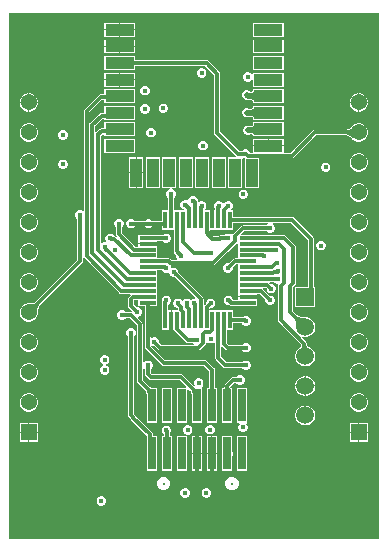
<source format=gbl>
G04*
G04 #@! TF.GenerationSoftware,Altium Limited,Altium Designer,26.1.1 (7)*
G04*
G04 Layer_Physical_Order=6*
G04 Layer_Color=16711680*
%FSLAX25Y25*%
%MOIN*%
G70*
G04*
G04 #@! TF.SameCoordinates,2C92732F-79F3-4126-9C79-97B6404CCAC7*
G04*
G04*
G04 #@! TF.FilePolarity,Positive*
G04*
G01*
G75*
%ADD29C,0.05394*%
%ADD30R,0.05394X0.05394*%
%ADD32C,0.05937*%
%ADD33R,0.05937X0.05937*%
%ADD34C,0.01280*%
%ADD36C,0.01968*%
%ADD37C,0.01181*%
%ADD40C,0.14173*%
%ADD41C,0.01772*%
%ADD43R,0.01181X0.05807*%
%ADD44R,0.05807X0.01181*%
%ADD45R,0.02913X0.10984*%
%ADD46R,0.09646X0.03937*%
%ADD47R,0.03937X0.09646*%
%ADD48C,0.00591*%
G36*
X251953Y46472D02*
X128756D01*
Y221638D01*
X251953D01*
Y46472D01*
D02*
G37*
%LPC*%
G36*
X170704Y218421D02*
X165707D01*
Y216277D01*
X170704D01*
Y218421D01*
D02*
G37*
G36*
X165357D02*
X160359D01*
Y216277D01*
X165357D01*
Y218421D01*
D02*
G37*
G36*
X220271D02*
X209926D01*
Y213784D01*
X220271D01*
Y218421D01*
D02*
G37*
G36*
X170704Y215927D02*
X165707D01*
Y213784D01*
X170704D01*
Y215927D01*
D02*
G37*
G36*
X165357D02*
X160359D01*
Y213784D01*
X165357D01*
Y215927D01*
D02*
G37*
G36*
X170704Y212909D02*
X165707D01*
Y210766D01*
X170704D01*
Y212909D01*
D02*
G37*
G36*
X165357D02*
X160359D01*
Y210766D01*
X165357D01*
Y212909D01*
D02*
G37*
G36*
X220271D02*
X209926D01*
Y208272D01*
X220271D01*
Y212909D01*
D02*
G37*
G36*
X170704Y210416D02*
X165707D01*
Y208272D01*
X170704D01*
Y210416D01*
D02*
G37*
G36*
X165357D02*
X160359D01*
Y208272D01*
X165357D01*
Y210416D01*
D02*
G37*
G36*
X220271Y207397D02*
X209926D01*
Y202760D01*
X220271D01*
Y207397D01*
D02*
G37*
G36*
X193227Y203346D02*
X192600D01*
X192021Y203107D01*
X191578Y202664D01*
X191339Y202085D01*
Y201458D01*
X191578Y200880D01*
X192021Y200437D01*
X192600Y200197D01*
X193227D01*
X193805Y200437D01*
X194248Y200880D01*
X194488Y201458D01*
Y202085D01*
X194248Y202664D01*
X193805Y203107D01*
X193227Y203346D01*
D02*
G37*
G36*
X170704Y201885D02*
X165707D01*
Y199742D01*
X170704D01*
Y201885D01*
D02*
G37*
G36*
X165357D02*
X160359D01*
Y199742D01*
X165357D01*
Y201885D01*
D02*
G37*
G36*
X208581Y201969D02*
X207955D01*
X207376Y201729D01*
X206933Y201286D01*
X206693Y200707D01*
Y200080D01*
X206933Y199502D01*
X207376Y199059D01*
X207955Y198819D01*
X208581D01*
X209160Y199059D01*
X209576Y199475D01*
X209701Y199461D01*
X209926Y199367D01*
Y197248D01*
X220271D01*
Y201885D01*
X209926D01*
Y201420D01*
X209701Y201327D01*
X209576Y201313D01*
X209160Y201729D01*
X208581Y201969D01*
D02*
G37*
G36*
X170704Y199392D02*
X165707D01*
Y197248D01*
X170704D01*
Y199392D01*
D02*
G37*
G36*
X165357D02*
X160359D01*
Y197248D01*
X165357D01*
Y199392D01*
D02*
G37*
G36*
X210288Y196390D02*
X210247Y196374D01*
X209926D01*
Y196066D01*
X209909Y196032D01*
X209901Y195870D01*
X209880Y195756D01*
X209851Y195668D01*
X209815Y195603D01*
X209774Y195553D01*
X209723Y195512D01*
X209656Y195477D01*
X209565Y195447D01*
X209448Y195426D01*
X209284Y195418D01*
X209279Y195415D01*
X209174D01*
X208766Y195823D01*
X208187Y196063D01*
X207561D01*
X206982Y195823D01*
X206539Y195380D01*
X206299Y194801D01*
Y194175D01*
X206539Y193596D01*
X206982Y193153D01*
X207561Y192913D01*
X207614D01*
X207786Y192798D01*
X208307Y192695D01*
X209279D01*
X209284Y192692D01*
X209448Y192684D01*
X209565Y192664D01*
X209656Y192634D01*
X209723Y192598D01*
X209774Y192557D01*
X209815Y192507D01*
X209851Y192442D01*
X209880Y192354D01*
X209901Y192240D01*
X209909Y192078D01*
X209926Y192044D01*
Y191737D01*
X210247D01*
X210288Y191720D01*
X210298Y191724D01*
X210308Y191720D01*
X210342Y191737D01*
X220271D01*
Y196374D01*
X210342D01*
X210308Y196390D01*
X210298Y196386D01*
X210288Y196390D01*
D02*
G37*
G36*
X174329Y197441D02*
X173703D01*
X173124Y197201D01*
X172681Y196758D01*
X172441Y196179D01*
Y195553D01*
X172681Y194974D01*
X173124Y194531D01*
X173703Y194291D01*
X174329D01*
X174908Y194531D01*
X175351Y194974D01*
X175591Y195553D01*
Y196179D01*
X175351Y196758D01*
X174908Y197201D01*
X174329Y197441D01*
D02*
G37*
G36*
X245696Y195000D02*
X245470D01*
Y192128D01*
X248342D01*
Y192354D01*
X248134Y193129D01*
X247733Y193824D01*
X247166Y194391D01*
X246471Y194792D01*
X245696Y195000D01*
D02*
G37*
G36*
X135696D02*
X135470D01*
Y192128D01*
X138342D01*
Y192354D01*
X138135Y193129D01*
X137733Y193824D01*
X137166Y194391D01*
X136471Y194792D01*
X135696Y195000D01*
D02*
G37*
G36*
X245120D02*
X244894D01*
X244119Y194792D01*
X243425Y194391D01*
X242857Y193824D01*
X242456Y193129D01*
X242248Y192354D01*
Y192128D01*
X245120D01*
Y195000D01*
D02*
G37*
G36*
X135120D02*
X134894D01*
X134119Y194792D01*
X133424Y194391D01*
X132857Y193824D01*
X132456Y193129D01*
X132248Y192354D01*
Y192128D01*
X135120D01*
Y195000D01*
D02*
G37*
G36*
X170704Y196374D02*
X160359D01*
Y195116D01*
X160342Y195082D01*
X160338Y194993D01*
X160329Y194943D01*
X160319Y194912D01*
X160310Y194896D01*
X160304Y194888D01*
X160296Y194882D01*
X160281Y194874D01*
X160249Y194863D01*
X160199Y194854D01*
X160110Y194850D01*
X160090Y194840D01*
X159235D01*
X158868Y194767D01*
X158557Y194559D01*
X153849Y189851D01*
X153642Y189540D01*
X153569Y189173D01*
Y155867D01*
X153245Y155733D01*
X153219Y155760D01*
X152640Y155999D01*
X152013D01*
X151435Y155760D01*
X150992Y155317D01*
X150752Y154738D01*
Y154111D01*
X150992Y153533D01*
X151368Y153156D01*
Y139381D01*
X137652Y125666D01*
X137631Y125659D01*
X137489Y125532D01*
X137342Y125431D01*
X137174Y125339D01*
X136983Y125257D01*
X136767Y125187D01*
X136527Y125128D01*
X136267Y125083D01*
X135657Y125032D01*
X135318Y125028D01*
X135251Y125000D01*
X134894D01*
X134119Y124792D01*
X133424Y124391D01*
X132857Y123824D01*
X132456Y123129D01*
X132248Y122354D01*
Y121552D01*
X132456Y120777D01*
X132857Y120082D01*
X133424Y119515D01*
X134119Y119114D01*
X134894Y118906D01*
X135696D01*
X136471Y119114D01*
X137166Y119515D01*
X137733Y120082D01*
X138135Y120777D01*
X138342Y121552D01*
Y121908D01*
X138371Y121976D01*
X138375Y122319D01*
X138393Y122632D01*
X138425Y122920D01*
X138470Y123184D01*
X138529Y123424D01*
X138600Y123640D01*
X138681Y123832D01*
X138773Y124000D01*
X138875Y124146D01*
X139001Y124289D01*
X139009Y124310D01*
X153005Y138306D01*
X153213Y138617D01*
X153286Y138984D01*
Y140377D01*
X153636Y140411D01*
X153642Y140381D01*
X153849Y140070D01*
X165464Y128456D01*
X165775Y128248D01*
X166142Y128175D01*
X169171D01*
X169281Y127904D01*
X169287Y127825D01*
X168613Y127152D01*
X168405Y126840D01*
X168332Y126473D01*
Y124235D01*
X168405Y123868D01*
X168613Y123557D01*
X169647Y122523D01*
X169633Y122317D01*
X169401Y122022D01*
X167607D01*
X167231Y122398D01*
X166652Y122638D01*
X166025D01*
X165446Y122398D01*
X165004Y121955D01*
X164764Y121376D01*
Y120750D01*
X165004Y120171D01*
X165446Y119728D01*
X166025Y119488D01*
X166652D01*
X167231Y119728D01*
X167607Y120104D01*
X169004D01*
X171285Y117823D01*
Y99087D01*
X171358Y98720D01*
X171566Y98409D01*
X174168Y95807D01*
X174176Y95785D01*
X174242Y95711D01*
X174292Y95645D01*
X174336Y95571D01*
X174375Y95489D01*
X174410Y95397D01*
X174440Y95295D01*
X174463Y95184D01*
X174481Y95061D01*
X174492Y94929D01*
X174495Y94776D01*
X174512Y94739D01*
Y85134D01*
X178126D01*
Y96819D01*
X176592D01*
X176554Y96835D01*
X176402Y96839D01*
X176269Y96850D01*
X176147Y96867D01*
X176035Y96891D01*
X175934Y96921D01*
X175842Y96955D01*
X175760Y96995D01*
X175686Y97039D01*
X175620Y97088D01*
X175546Y97155D01*
X175524Y97163D01*
X173203Y99484D01*
Y103639D01*
X173553Y103709D01*
X173665Y103439D01*
X174041Y103063D01*
Y101282D01*
X174114Y100915D01*
X174322Y100604D01*
X175211Y99716D01*
X175522Y99508D01*
X175889Y99435D01*
X185540D01*
X187806Y97168D01*
X187661Y96819D01*
X184512D01*
Y85134D01*
X188126D01*
Y96354D01*
X188476Y96499D01*
X189168Y95807D01*
X189176Y95785D01*
X189242Y95711D01*
X189292Y95645D01*
X189336Y95571D01*
X189375Y95489D01*
X189410Y95397D01*
X189440Y95295D01*
X189463Y95184D01*
X189481Y95061D01*
X189492Y94929D01*
X189496Y94776D01*
X189512Y94739D01*
Y85134D01*
X193126D01*
Y96819D01*
X193010D01*
X192900Y97168D01*
X193264Y97533D01*
X193504Y98112D01*
Y98738D01*
X193264Y99317D01*
X192821Y99760D01*
X192242Y100000D01*
X191616D01*
X191037Y99760D01*
X190594Y99317D01*
X190354Y98738D01*
Y98112D01*
X190555Y97627D01*
X190259Y97428D01*
X186615Y101072D01*
X186304Y101280D01*
X185937Y101353D01*
X176286D01*
X175959Y101680D01*
Y103063D01*
X176335Y103439D01*
X176575Y104017D01*
Y104644D01*
X176335Y105223D01*
X175892Y105666D01*
X175313Y105905D01*
X174687D01*
X174108Y105666D01*
X173665Y105223D01*
X173553Y104953D01*
X173203Y105022D01*
Y118220D01*
X173130Y118587D01*
X172922Y118898D01*
X171649Y120171D01*
X171806Y120509D01*
X172349Y120734D01*
X172792Y121177D01*
X173031Y121756D01*
Y122383D01*
X172792Y122961D01*
X172349Y123404D01*
X171770Y123644D01*
X171238D01*
X170250Y124632D01*
Y126076D01*
X170380Y126206D01*
X171295D01*
X171616Y126137D01*
X171616Y125856D01*
Y124256D01*
X173635D01*
X173669Y124240D01*
X173758Y124235D01*
X173808Y124226D01*
X173839Y124216D01*
X173855Y124207D01*
X173863Y124201D01*
X173869Y124194D01*
X173877Y124178D01*
X173888Y124147D01*
X173897Y124097D01*
X173901Y124008D01*
X173911Y123987D01*
Y110453D01*
X173984Y110087D01*
X174192Y109775D01*
X179527Y104440D01*
X179839Y104232D01*
X180205Y104159D01*
X193697D01*
X195360Y102497D01*
Y97088D01*
X195350Y97067D01*
X195345Y96978D01*
X195336Y96928D01*
X195326Y96897D01*
X195318Y96881D01*
X195311Y96873D01*
X195304Y96867D01*
X195288Y96859D01*
X195257Y96848D01*
X195207Y96839D01*
X195118Y96835D01*
X195084Y96819D01*
X194512D01*
Y85134D01*
X198126D01*
Y96819D01*
X197554D01*
X197520Y96835D01*
X197431Y96839D01*
X197381Y96848D01*
X197350Y96859D01*
X197334Y96867D01*
X197326Y96873D01*
X197320Y96881D01*
X197312Y96897D01*
X197301Y96928D01*
X197292Y96978D01*
X197288Y97067D01*
X197278Y97088D01*
Y102894D01*
X197205Y103261D01*
X196997Y103572D01*
X194773Y105796D01*
X194462Y106004D01*
X194095Y106077D01*
X180603D01*
X176080Y110600D01*
X176273Y110870D01*
X176852Y110630D01*
X177384D01*
X178456Y109558D01*
X178767Y109350D01*
X179134Y109277D01*
X191756D01*
X192123Y109350D01*
X192434Y109558D01*
X194050Y111174D01*
X194257Y111485D01*
X194330Y111852D01*
Y112003D01*
X194680Y112148D01*
X194974Y111854D01*
X195553Y111614D01*
X196179D01*
X196758Y111854D01*
X197136Y112232D01*
X197442Y112151D01*
X197486Y112124D01*
Y106673D01*
X197559Y106306D01*
X197767Y105995D01*
X200109Y103653D01*
X200420Y103445D01*
X200787Y103372D01*
X206409D01*
X206785Y102996D01*
X207364Y102756D01*
X207990D01*
X208569Y102996D01*
X209012Y103439D01*
X209252Y104017D01*
Y104644D01*
X209012Y105223D01*
X208569Y105666D01*
X207990Y105905D01*
X207364D01*
X206785Y105666D01*
X206409Y105290D01*
X201185D01*
X199404Y107071D01*
Y110673D01*
X199675Y110782D01*
X199754Y110788D01*
X200984Y109558D01*
X201295Y109350D01*
X201662Y109277D01*
X206409D01*
X206785Y108901D01*
X207364Y108661D01*
X207990D01*
X208569Y108901D01*
X209012Y109344D01*
X209252Y109923D01*
Y110549D01*
X209012Y111128D01*
X208569Y111571D01*
X207990Y111811D01*
X207364D01*
X206785Y111571D01*
X206409Y111195D01*
X202059D01*
X201372Y111882D01*
Y115764D01*
X201441Y116085D01*
X201722Y116085D01*
X203322D01*
Y118103D01*
X203339Y118138D01*
X203344Y118227D01*
X203352Y118277D01*
X203363Y118308D01*
X203371Y118324D01*
X203377Y118331D01*
X203385Y118337D01*
X203401Y118346D01*
X203432Y118356D01*
X203482Y118365D01*
X203571Y118370D01*
X203592Y118380D01*
X206269D01*
X206342Y118202D01*
X206785Y117759D01*
X207364Y117520D01*
X207990D01*
X208569Y117759D01*
X209012Y118202D01*
X209252Y118781D01*
Y119408D01*
X209012Y119986D01*
X208569Y120430D01*
X207990Y120669D01*
X207364D01*
X206785Y120430D01*
X206653Y120298D01*
X203592D01*
X203571Y120307D01*
X203482Y120312D01*
X203432Y120321D01*
X203401Y120331D01*
X203385Y120340D01*
X203377Y120346D01*
X203371Y120353D01*
X203363Y120369D01*
X203352Y120400D01*
X203344Y120450D01*
X203339Y120540D01*
X203322Y120574D01*
Y122592D01*
X201704D01*
X201441Y122592D01*
X201091Y122592D01*
X199473Y122592D01*
X199123Y122592D01*
X197504Y122592D01*
X197154Y122592D01*
X195536D01*
X195467Y122914D01*
Y123245D01*
X195648Y123425D01*
X196179D01*
X196758Y123665D01*
X197201Y124108D01*
X197441Y124687D01*
Y125313D01*
X197201Y125892D01*
X196758Y126335D01*
X196179Y126575D01*
X195553D01*
X194974Y126335D01*
X194531Y125892D01*
X194291Y125313D01*
Y124781D01*
X193927Y124417D01*
X193577Y124555D01*
Y126389D01*
X193504Y126756D01*
X193296Y127067D01*
X185138Y135225D01*
Y135631D01*
X184898Y136210D01*
X184455Y136653D01*
X183876Y136893D01*
X183250D01*
X182968Y136776D01*
X182677Y136971D01*
Y137124D01*
X182591Y137333D01*
X182785Y137624D01*
X196544D01*
X196911Y137697D01*
X197222Y137905D01*
X201316Y141999D01*
X201461Y142027D01*
X201772Y142235D01*
X204615Y145079D01*
X204637Y145111D01*
X204987Y145005D01*
Y143941D01*
X204987D01*
Y143854D01*
X204987D01*
Y141973D01*
X204987D01*
Y141885D01*
X204987D01*
X204987Y140004D01*
X204665Y139935D01*
X203937D01*
X203570Y139862D01*
X203259Y139655D01*
X201971Y138367D01*
X201925Y138386D01*
X201299D01*
X200720Y138146D01*
X200277Y137703D01*
X200037Y137124D01*
Y136498D01*
X200277Y135919D01*
X200720Y135476D01*
X201299Y135236D01*
X201925D01*
X202504Y135476D01*
X202947Y135919D01*
X203187Y136498D01*
Y136870D01*
X204334Y138017D01*
X204665D01*
X204987Y137948D01*
X204987Y137667D01*
Y136067D01*
X204987D01*
Y135980D01*
X204987D01*
Y134099D01*
X204987D01*
Y134011D01*
X204987D01*
Y132393D01*
X204987Y132130D01*
X204987Y131780D01*
X204987Y130162D01*
X204987Y129812D01*
X204987Y128193D01*
X204987Y127843D01*
Y127340D01*
X208240D01*
X211494D01*
X211494Y128106D01*
X211815Y128175D01*
X212201D01*
X214173Y126203D01*
Y125671D01*
X214413Y125092D01*
X214856Y124649D01*
X215435Y124409D01*
X216061D01*
X216640Y124649D01*
X217083Y125092D01*
X217323Y125671D01*
Y126297D01*
X217083Y126876D01*
X216640Y127319D01*
X216061Y127559D01*
X215529D01*
X213295Y129793D01*
X213301Y129873D01*
X213410Y130143D01*
X214404D01*
X214567Y129980D01*
Y129608D01*
X214807Y129029D01*
X215250Y128586D01*
X215828Y128347D01*
X216455D01*
X217034Y128586D01*
X217477Y129029D01*
X217717Y129608D01*
Y130235D01*
X217477Y130813D01*
X217034Y131256D01*
X216455Y131496D01*
X215828D01*
X215782Y131477D01*
X215497Y131762D01*
X215504Y131841D01*
X215613Y132112D01*
X216925D01*
X216944Y132066D01*
X217387Y131623D01*
X217966Y131383D01*
X218190D01*
X218369Y131128D01*
X218397Y131033D01*
X218332Y130709D01*
Y119291D01*
X218405Y118924D01*
X218613Y118613D01*
X226041Y111186D01*
X226034Y111126D01*
X225996Y110933D01*
X225944Y110752D01*
X225878Y110582D01*
X225797Y110421D01*
X225702Y110269D01*
X225592Y110125D01*
X225466Y109989D01*
X225311Y109849D01*
X225295Y109815D01*
X225262Y109795D01*
X225256Y109772D01*
X224805Y109321D01*
X224368Y108564D01*
X224142Y107720D01*
Y106847D01*
X224368Y106003D01*
X224805Y105246D01*
X225423Y104628D01*
X226180Y104191D01*
X227024Y103965D01*
X227898D01*
X228742Y104191D01*
X229498Y104628D01*
X230116Y105246D01*
X230553Y106003D01*
X230779Y106847D01*
Y107720D01*
X230553Y108564D01*
X230116Y109321D01*
X229498Y109939D01*
X228861Y110307D01*
X228856Y110316D01*
X228837Y110321D01*
X228809Y110337D01*
X228795Y110353D01*
X228622Y110437D01*
X228486Y110521D01*
X228371Y110613D01*
X228275Y110712D01*
X228194Y110819D01*
X228128Y110936D01*
X228076Y111066D01*
X228037Y111210D01*
X228013Y111371D01*
X228004Y111566D01*
X227980Y111616D01*
X227921Y111915D01*
X227713Y112226D01*
X226300Y113639D01*
X226481Y113953D01*
X227024Y113807D01*
X227898D01*
X228742Y114034D01*
X229498Y114471D01*
X230116Y115088D01*
X230553Y115845D01*
X230779Y116689D01*
Y117563D01*
X230553Y118407D01*
X230116Y119164D01*
X229498Y119781D01*
X228742Y120218D01*
X227898Y120445D01*
X227506D01*
X227443Y120473D01*
X226675Y120496D01*
X226347Y120530D01*
X226045Y120579D01*
X225771Y120642D01*
X225526Y120717D01*
X225310Y120805D01*
X225123Y120903D01*
X224964Y121011D01*
X224811Y121145D01*
X224791Y121152D01*
X223400Y122543D01*
Y130508D01*
X224103Y131212D01*
X224311Y131523D01*
X224384Y131890D01*
Y143701D01*
X224311Y144068D01*
X224103Y144379D01*
X220954Y147529D01*
X220643Y147736D01*
X220276Y147809D01*
X208240D01*
X208148Y147791D01*
X206170D01*
X206036Y148114D01*
X206963Y149041D01*
X214480D01*
X214856Y148665D01*
X215435Y148425D01*
X216061D01*
X216640Y148665D01*
X217083Y149108D01*
X217323Y149687D01*
Y150313D01*
X217083Y150892D01*
X216640Y151335D01*
X216484Y151400D01*
X216554Y151750D01*
X222769D01*
X228372Y146147D01*
Y130556D01*
X228362Y130535D01*
X228357Y130446D01*
X228348Y130396D01*
X228338Y130365D01*
X228329Y130349D01*
X228323Y130342D01*
X228316Y130336D01*
X228300Y130327D01*
X228269Y130317D01*
X228219Y130308D01*
X228130Y130303D01*
X228096Y130287D01*
X224142D01*
Y123650D01*
X230779D01*
Y129868D01*
X230795Y129901D01*
X230791Y129913D01*
X230796Y129925D01*
X230779Y129966D01*
Y130287D01*
X230474D01*
X230441Y130303D01*
X230374Y130307D01*
X230348Y130313D01*
X230338Y130317D01*
X230337Y130318D01*
X230336Y130318D01*
X230332Y130324D01*
X230323Y130344D01*
X230312Y130382D01*
X230304Y130439D01*
X230300Y130532D01*
X230290Y130554D01*
Y146544D01*
X230217Y146911D01*
X230009Y147222D01*
X223844Y153387D01*
X223533Y153595D01*
X223166Y153668D01*
X203592D01*
X203571Y153677D01*
X203482Y153682D01*
X203432Y153691D01*
X203401Y153701D01*
X203385Y153710D01*
X203377Y153716D01*
X203371Y153724D01*
X203363Y153739D01*
X203352Y153770D01*
X203344Y153821D01*
X203339Y153910D01*
X203322Y153944D01*
Y155962D01*
X202976D01*
X202831Y156312D01*
X203107Y156588D01*
X203346Y157167D01*
Y157794D01*
X203107Y158372D01*
X202664Y158815D01*
X202085Y159055D01*
X201458D01*
X200880Y158815D01*
X200437Y158372D01*
X200399Y158282D01*
X200020D01*
X199946Y158460D01*
X199503Y158903D01*
X198925Y159143D01*
X198298D01*
X197719Y158903D01*
X197276Y158460D01*
X197036Y157881D01*
Y157255D01*
X197276Y156676D01*
X197486Y156466D01*
Y156284D01*
X197417Y155962D01*
X197136Y155962D01*
X196651D01*
Y152709D01*
Y149455D01*
X197417D01*
X197767Y149455D01*
X199385D01*
Y149455D01*
X199473D01*
Y149455D01*
X201354D01*
Y149455D01*
X201441D01*
Y149455D01*
X203322D01*
Y151473D01*
X203339Y151508D01*
X203344Y151597D01*
X203352Y151647D01*
X203363Y151678D01*
X203371Y151694D01*
X203377Y151701D01*
X203385Y151707D01*
X203401Y151716D01*
X203432Y151726D01*
X203482Y151735D01*
X203571Y151740D01*
X203592Y151750D01*
X214942D01*
X215012Y151400D01*
X214856Y151335D01*
X214480Y150959D01*
X206565D01*
X206199Y150886D01*
X205887Y150678D01*
X203259Y148050D01*
X203194Y147953D01*
X202753Y147899D01*
X202664Y147989D01*
X202085Y148228D01*
X201458D01*
X200880Y147989D01*
X200503Y147613D01*
X199024D01*
X198657Y147539D01*
X198578Y147487D01*
X196707D01*
X195467Y148727D01*
Y149134D01*
X195536Y149455D01*
X195817Y149455D01*
X196301D01*
Y152709D01*
Y155962D01*
X195536D01*
X195186Y155962D01*
X194117D01*
X193972Y156312D01*
X194248Y156588D01*
X194488Y157167D01*
Y157794D01*
X194248Y158372D01*
X193805Y158815D01*
X193227Y159055D01*
X192600D01*
X192021Y158815D01*
X191942Y158736D01*
X191761Y158803D01*
X191619Y158908D01*
Y159482D01*
X191379Y160061D01*
X190936Y160503D01*
X190357Y160743D01*
X189731D01*
X189152Y160503D01*
X188709Y160061D01*
X188471Y159486D01*
X188468Y159481D01*
X188119Y159281D01*
X187715Y159449D01*
X187088D01*
X186510Y159209D01*
X186066Y158766D01*
X185827Y158187D01*
Y157561D01*
X186066Y156982D01*
X186510Y156539D01*
X187088Y156299D01*
X187057Y155962D01*
X185693Y155962D01*
X185343Y155962D01*
X183725Y155962D01*
X183656Y156284D01*
Y160169D01*
X184012Y160525D01*
X184252Y161104D01*
Y161731D01*
X184012Y162309D01*
X183569Y162752D01*
X183064Y162961D01*
X183134Y163311D01*
X184366D01*
Y173657D01*
X179729D01*
Y163311D01*
X182220D01*
X182290Y162961D01*
X181785Y162752D01*
X181342Y162309D01*
X181102Y161731D01*
Y161104D01*
X181342Y160525D01*
X181738Y160129D01*
Y156284D01*
X181669Y155962D01*
X181388Y155962D01*
X179788D01*
Y152810D01*
X179771Y152776D01*
X179767Y152687D01*
X179758Y152637D01*
X179748Y152605D01*
X179739Y152590D01*
X179733Y152582D01*
X179726Y152576D01*
X179710Y152568D01*
X179678Y152557D01*
X179629Y152548D01*
X179539Y152544D01*
X179519Y152534D01*
X176465D01*
X176089Y152910D01*
X175510Y153150D01*
X174884D01*
X174305Y152910D01*
X173929Y152534D01*
X170560D01*
X170183Y152910D01*
X169605Y153150D01*
X168978D01*
X168399Y152910D01*
X167956Y152467D01*
X167717Y151888D01*
Y151262D01*
X167956Y150683D01*
X168399Y150240D01*
X168978Y150000D01*
X169605D01*
X170183Y150240D01*
X170560Y150616D01*
X173929D01*
X174305Y150240D01*
X174884Y150000D01*
X175510D01*
X176089Y150240D01*
X176465Y150616D01*
X179519D01*
X179539Y150606D01*
X179629Y150601D01*
X179678Y150592D01*
X179710Y150582D01*
X179726Y150574D01*
X179733Y150567D01*
X179739Y150560D01*
X179748Y150544D01*
X179758Y150513D01*
X179767Y150463D01*
X179771Y150374D01*
X179788Y150340D01*
Y149455D01*
X181406D01*
X181669Y149455D01*
X182019Y149455D01*
X183637Y149455D01*
X183706Y149134D01*
Y142266D01*
X183779Y141899D01*
X183987Y141588D01*
X184468Y141107D01*
X184449Y141061D01*
Y140435D01*
X184674Y139892D01*
X184546Y139542D01*
X182790D01*
X182677Y139655D01*
X182366Y139862D01*
X181999Y139935D01*
X178445D01*
X178124Y140004D01*
X178124Y140285D01*
X178124Y141885D01*
X178124Y142235D01*
X178124Y143854D01*
X178124Y144204D01*
Y144707D01*
X174870D01*
X171616D01*
X171616Y143941D01*
X171295Y143872D01*
X170870D01*
X166313Y148429D01*
Y150307D01*
X166689Y150683D01*
X166929Y151262D01*
Y151888D01*
X166689Y152467D01*
X166246Y152910D01*
X165668Y153150D01*
X165041D01*
X164462Y152910D01*
X164019Y152467D01*
X163779Y151888D01*
Y151262D01*
X164019Y150683D01*
X164395Y150307D01*
Y148031D01*
X164468Y147664D01*
X164590Y147482D01*
X164368Y147224D01*
X164057Y147432D01*
X163759Y147491D01*
X163737Y147546D01*
X163294Y147989D01*
X162715Y148228D01*
X162088D01*
X161510Y147989D01*
X161066Y147546D01*
X160827Y146967D01*
Y146340D01*
X161066Y145762D01*
X161337Y145492D01*
X161138Y145195D01*
X160943Y145276D01*
X160317D01*
X159774Y145051D01*
X159424Y145179D01*
Y180902D01*
X159969Y181447D01*
X160100Y181448D01*
X160359Y181196D01*
Y180713D01*
X170704D01*
Y185350D01*
X160359D01*
Y183699D01*
X160342Y183665D01*
X160338Y183575D01*
X160329Y183525D01*
X160319Y183494D01*
X160310Y183478D01*
X160304Y183471D01*
X160296Y183465D01*
X160281Y183456D01*
X160249Y183446D01*
X160199Y183437D01*
X160110Y183432D01*
X160090Y183423D01*
X159629D01*
X159262Y183350D01*
X158951Y183142D01*
X157805Y181996D01*
X157726Y182002D01*
X157455Y182111D01*
Y184052D01*
X160007Y186604D01*
X160205Y186577D01*
X160346Y186551D01*
X160359Y186527D01*
Y186225D01*
X160680D01*
X160721Y186208D01*
X160735Y186214D01*
X160750Y186209D01*
X160781Y186225D01*
X170704D01*
Y190862D01*
X160359D01*
Y188817D01*
X160342Y188783D01*
X160338Y188693D01*
X160329Y188644D01*
X160319Y188612D01*
X160310Y188596D01*
X160304Y188589D01*
X160296Y188583D01*
X160281Y188574D01*
X160249Y188564D01*
X160199Y188555D01*
X160110Y188550D01*
X160090Y188541D01*
X159629D01*
X159262Y188468D01*
X158951Y188260D01*
X155836Y185145D01*
X155757Y185151D01*
X155487Y185261D01*
Y188776D01*
X159632Y192922D01*
X160090D01*
X160110Y192912D01*
X160199Y192907D01*
X160249Y192898D01*
X160281Y192888D01*
X160296Y192880D01*
X160304Y192873D01*
X160310Y192866D01*
X160319Y192850D01*
X160329Y192819D01*
X160338Y192769D01*
X160342Y192680D01*
X160359Y192646D01*
Y191737D01*
X170704D01*
Y196374D01*
D02*
G37*
G36*
X210288Y190879D02*
X210247Y190862D01*
X209926D01*
Y190554D01*
X209909Y190520D01*
X209901Y190359D01*
X209880Y190244D01*
X209851Y190156D01*
X209815Y190091D01*
X209774Y190041D01*
X209723Y190001D01*
X209656Y189965D01*
X209565Y189935D01*
X209448Y189914D01*
X209284Y189906D01*
X209279Y189904D01*
X208780D01*
X208766Y189918D01*
X208187Y190157D01*
X207561D01*
X206982Y189918D01*
X206539Y189475D01*
X206299Y188896D01*
Y188269D01*
X206539Y187691D01*
X206982Y187248D01*
X207561Y187008D01*
X208187D01*
X208610Y187183D01*
X209279D01*
X209284Y187181D01*
X209448Y187172D01*
X209565Y187152D01*
X209656Y187122D01*
X209723Y187086D01*
X209774Y187045D01*
X209815Y186996D01*
X209851Y186930D01*
X209880Y186842D01*
X209901Y186728D01*
X209909Y186567D01*
X209926Y186533D01*
Y186225D01*
X210247D01*
X210288Y186208D01*
X210298Y186212D01*
X210308Y186208D01*
X210342Y186225D01*
X220271D01*
Y190862D01*
X210342D01*
X210308Y190878D01*
X210298Y190875D01*
X210288Y190879D01*
D02*
G37*
G36*
X248342Y191778D02*
X245470D01*
Y188906D01*
X245696D01*
X246471Y189114D01*
X247166Y189515D01*
X247733Y190082D01*
X248134Y190777D01*
X248342Y191552D01*
Y191778D01*
D02*
G37*
G36*
X245120D02*
X242248D01*
Y191552D01*
X242456Y190777D01*
X242857Y190082D01*
X243425Y189515D01*
X244119Y189114D01*
X244894Y188906D01*
X245120D01*
Y191778D01*
D02*
G37*
G36*
X138342D02*
X135470D01*
Y188906D01*
X135696D01*
X136471Y189114D01*
X137166Y189515D01*
X137733Y190082D01*
X138135Y190777D01*
X138342Y191552D01*
Y191778D01*
D02*
G37*
G36*
X135120D02*
X132248D01*
Y191552D01*
X132456Y190777D01*
X132857Y190082D01*
X133424Y189515D01*
X134119Y189114D01*
X134894Y188906D01*
X135120D01*
Y191778D01*
D02*
G37*
G36*
X180431Y191535D02*
X179805D01*
X179226Y191296D01*
X178783Y190853D01*
X178543Y190274D01*
Y189647D01*
X178783Y189069D01*
X179226Y188626D01*
X179805Y188386D01*
X180431D01*
X181010Y188626D01*
X181453Y189069D01*
X181693Y189647D01*
Y190274D01*
X181453Y190853D01*
X181010Y191296D01*
X180431Y191535D01*
D02*
G37*
G36*
X174329Y191339D02*
X173703D01*
X173124Y191099D01*
X172681Y190656D01*
X172441Y190077D01*
Y189451D01*
X172681Y188872D01*
X173124Y188429D01*
X173703Y188189D01*
X174329D01*
X174908Y188429D01*
X175351Y188872D01*
X175591Y189451D01*
Y190077D01*
X175351Y190656D01*
X174908Y191099D01*
X174329Y191339D01*
D02*
G37*
G36*
X220271Y185350D02*
X209926D01*
Y184700D01*
X209909Y184666D01*
X209901Y184502D01*
X209880Y184385D01*
X209850Y184294D01*
X209814Y184227D01*
X209772Y184177D01*
X209722Y184135D01*
X209654Y184099D01*
X209564Y184069D01*
X209447Y184048D01*
X209283Y184040D01*
X209279Y184038D01*
X209099D01*
X208581Y184252D01*
X207955D01*
X207376Y184012D01*
X206933Y183569D01*
X206693Y182990D01*
Y182364D01*
X206933Y181785D01*
X207376Y181342D01*
X207955Y181102D01*
X208581D01*
X209099Y181317D01*
X209285D01*
X209291Y181314D01*
X209463Y181309D01*
X209598Y181294D01*
X209705Y181271D01*
X209785Y181244D01*
X209838Y181217D01*
X209868Y181194D01*
X209884Y181175D01*
X209894Y181156D01*
X209903Y181125D01*
X209910Y181043D01*
X209926Y181013D01*
Y180713D01*
X210247D01*
X210288Y180696D01*
X210303Y180703D01*
X210319Y180698D01*
X210349Y180713D01*
X220271D01*
Y185350D01*
D02*
G37*
G36*
X176297Y183465D02*
X175671D01*
X175092Y183225D01*
X174649Y182782D01*
X174409Y182203D01*
Y181577D01*
X174649Y180998D01*
X175092Y180555D01*
X175671Y180315D01*
X176297D01*
X176876Y180555D01*
X177319Y180998D01*
X177559Y181577D01*
Y182203D01*
X177319Y182782D01*
X176876Y183225D01*
X176297Y183465D01*
D02*
G37*
G36*
X146967Y182677D02*
X146340D01*
X145762Y182437D01*
X145318Y181994D01*
X145079Y181416D01*
Y180789D01*
X145318Y180210D01*
X145762Y179767D01*
X146340Y179528D01*
X146967D01*
X147546Y179767D01*
X147989Y180210D01*
X148228Y180789D01*
Y181416D01*
X147989Y181994D01*
X147546Y182437D01*
X146967Y182677D01*
D02*
G37*
G36*
X170704Y207397D02*
X160359D01*
Y202760D01*
X170704D01*
Y203843D01*
X170721Y203878D01*
X170725Y203967D01*
X170734Y204017D01*
X170745Y204048D01*
X170753Y204064D01*
X170759Y204071D01*
X170767Y204077D01*
X170782Y204086D01*
X170814Y204096D01*
X170864Y204105D01*
X170953Y204110D01*
X170974Y204120D01*
X194130D01*
X197073Y201178D01*
Y181890D01*
X197145Y181523D01*
X197353Y181212D01*
X204370Y174195D01*
X204378Y174190D01*
X204467Y173714D01*
X204428Y173657D01*
X201776D01*
Y163311D01*
X206413D01*
Y173249D01*
X206763Y173463D01*
X207160Y173298D01*
X207288D01*
Y163311D01*
X211925D01*
Y173289D01*
X222987D01*
X223354Y173362D01*
X223665Y173570D01*
X231089Y180994D01*
X241003D01*
X241023Y180984D01*
X241213Y180972D01*
X241388Y180941D01*
X241573Y180887D01*
X241766Y180809D01*
X241968Y180707D01*
X242179Y180578D01*
X242394Y180427D01*
X242862Y180031D01*
X243105Y179794D01*
X243172Y179767D01*
X243425Y179515D01*
X244119Y179114D01*
X244894Y178906D01*
X245696D01*
X246471Y179114D01*
X247166Y179515D01*
X247733Y180082D01*
X248134Y180777D01*
X248342Y181552D01*
Y182354D01*
X248134Y183129D01*
X247733Y183824D01*
X247166Y184391D01*
X246471Y184792D01*
X245696Y185000D01*
X244894D01*
X244119Y184792D01*
X243425Y184391D01*
X243172Y184139D01*
X243105Y184111D01*
X242859Y183871D01*
X242625Y183663D01*
X242399Y183482D01*
X242179Y183327D01*
X241968Y183199D01*
X241766Y183096D01*
X241573Y183018D01*
X241388Y182965D01*
X241213Y182933D01*
X241023Y182922D01*
X241003Y182912D01*
X230692D01*
X230325Y182839D01*
X230014Y182631D01*
X222589Y175207D01*
X220271D01*
Y177345D01*
X215098D01*
X209926D01*
Y175207D01*
X209039D01*
X208808Y175765D01*
X208365Y176208D01*
X207786Y176448D01*
X207160D01*
X206581Y176208D01*
X206205Y175832D01*
X205445D01*
X198990Y182287D01*
Y201575D01*
X198917Y201942D01*
X198710Y202253D01*
X195206Y205757D01*
X194895Y205965D01*
X194528Y206038D01*
X170974D01*
X170953Y206048D01*
X170864Y206052D01*
X170814Y206061D01*
X170782Y206071D01*
X170767Y206080D01*
X170759Y206086D01*
X170753Y206094D01*
X170745Y206109D01*
X170734Y206141D01*
X170725Y206191D01*
X170721Y206280D01*
X170704Y206314D01*
Y207397D01*
D02*
G37*
G36*
X135696Y185000D02*
X134894D01*
X134119Y184792D01*
X133424Y184391D01*
X132857Y183824D01*
X132456Y183129D01*
X132248Y182354D01*
Y181552D01*
X132456Y180777D01*
X132857Y180082D01*
X133424Y179515D01*
X134119Y179114D01*
X134894Y178906D01*
X135696D01*
X136471Y179114D01*
X137166Y179515D01*
X137733Y180082D01*
X138135Y180777D01*
X138342Y181552D01*
Y182354D01*
X138135Y183129D01*
X137733Y183824D01*
X137166Y184391D01*
X136471Y184792D01*
X135696Y185000D01*
D02*
G37*
G36*
X220271Y179838D02*
X215273D01*
Y177695D01*
X220271D01*
Y179838D01*
D02*
G37*
G36*
X214923D02*
X209926D01*
Y177695D01*
X214923D01*
Y179838D01*
D02*
G37*
G36*
X193620Y179134D02*
X192994D01*
X192415Y178894D01*
X191972Y178451D01*
X191732Y177872D01*
Y177246D01*
X191972Y176667D01*
X192415Y176224D01*
X192994Y175984D01*
X193620D01*
X194199Y176224D01*
X194642Y176667D01*
X194882Y177246D01*
Y177872D01*
X194642Y178451D01*
X194199Y178894D01*
X193620Y179134D01*
D02*
G37*
G36*
X170704Y179838D02*
X160359D01*
Y175201D01*
X170704D01*
Y179838D01*
D02*
G37*
G36*
X146967Y172835D02*
X146340D01*
X145762Y172595D01*
X145318Y172152D01*
X145079Y171573D01*
Y170947D01*
X145318Y170368D01*
X145762Y169925D01*
X146340Y169685D01*
X146967D01*
X147546Y169925D01*
X147989Y170368D01*
X148228Y170947D01*
Y171573D01*
X147989Y172152D01*
X147546Y172595D01*
X146967Y172835D01*
D02*
G37*
G36*
X245696Y175000D02*
X244894D01*
X244119Y174792D01*
X243425Y174391D01*
X242857Y173824D01*
X242456Y173129D01*
X242248Y172354D01*
Y171552D01*
X242456Y170777D01*
X242857Y170082D01*
X243425Y169515D01*
X244119Y169114D01*
X244894Y168906D01*
X245696D01*
X246471Y169114D01*
X247166Y169515D01*
X247733Y170082D01*
X248134Y170777D01*
X248342Y171552D01*
Y172354D01*
X248134Y173129D01*
X247733Y173824D01*
X247166Y174391D01*
X246471Y174792D01*
X245696Y175000D01*
D02*
G37*
G36*
X135696D02*
X134894D01*
X134119Y174792D01*
X133424Y174391D01*
X132857Y173824D01*
X132456Y173129D01*
X132248Y172354D01*
Y171552D01*
X132456Y170777D01*
X132857Y170082D01*
X133424Y169515D01*
X134119Y169114D01*
X134894Y168906D01*
X135696D01*
X136471Y169114D01*
X137166Y169515D01*
X137733Y170082D01*
X138135Y170777D01*
X138342Y171552D01*
Y172354D01*
X138135Y173129D01*
X137733Y173824D01*
X137166Y174391D01*
X136471Y174792D01*
X135696Y175000D01*
D02*
G37*
G36*
X234565Y171850D02*
X233939D01*
X233360Y171611D01*
X232917Y171168D01*
X232677Y170589D01*
Y169962D01*
X232917Y169384D01*
X233360Y168940D01*
X233939Y168701D01*
X234565D01*
X235144Y168940D01*
X235587Y169384D01*
X235827Y169962D01*
Y170589D01*
X235587Y171168D01*
X235144Y171611D01*
X234565Y171850D01*
D02*
G37*
G36*
X173342Y173657D02*
X171199D01*
Y168659D01*
X173342D01*
Y173657D01*
D02*
G37*
G36*
X170849D02*
X168705D01*
Y168659D01*
X170849D01*
Y173657D01*
D02*
G37*
G36*
X200901D02*
X196264D01*
Y163311D01*
X200901D01*
Y173657D01*
D02*
G37*
G36*
X195389D02*
X190752D01*
Y163311D01*
X195389D01*
Y173657D01*
D02*
G37*
G36*
X189877D02*
X185241D01*
Y163311D01*
X189877D01*
Y173657D01*
D02*
G37*
G36*
X178854D02*
X174217D01*
Y163311D01*
X178854D01*
Y173657D01*
D02*
G37*
G36*
X173342Y168309D02*
X171199D01*
Y163311D01*
X173342D01*
Y168309D01*
D02*
G37*
G36*
X170849D02*
X168705D01*
Y163311D01*
X170849D01*
Y168309D01*
D02*
G37*
G36*
X207105Y162894D02*
X206478D01*
X205899Y162654D01*
X205456Y162211D01*
X205217Y161632D01*
Y161006D01*
X205456Y160427D01*
X205899Y159984D01*
X206478Y159744D01*
X207105D01*
X207683Y159984D01*
X208126Y160427D01*
X208366Y161006D01*
Y161632D01*
X208126Y162211D01*
X207683Y162654D01*
X207105Y162894D01*
D02*
G37*
G36*
X245696Y165000D02*
X244894D01*
X244119Y164792D01*
X243425Y164391D01*
X242857Y163824D01*
X242456Y163129D01*
X242248Y162354D01*
Y161552D01*
X242456Y160777D01*
X242857Y160082D01*
X243425Y159515D01*
X244119Y159114D01*
X244894Y158906D01*
X245696D01*
X246471Y159114D01*
X247166Y159515D01*
X247733Y160082D01*
X248134Y160777D01*
X248342Y161552D01*
Y162354D01*
X248134Y163129D01*
X247733Y163824D01*
X247166Y164391D01*
X246471Y164792D01*
X245696Y165000D01*
D02*
G37*
G36*
X135696D02*
X134894D01*
X134119Y164792D01*
X133424Y164391D01*
X132857Y163824D01*
X132456Y163129D01*
X132248Y162354D01*
Y161552D01*
X132456Y160777D01*
X132857Y160082D01*
X133424Y159515D01*
X134119Y159114D01*
X134894Y158906D01*
X135696D01*
X136471Y159114D01*
X137166Y159515D01*
X137733Y160082D01*
X138135Y160777D01*
X138342Y161552D01*
Y162354D01*
X138135Y163129D01*
X137733Y163824D01*
X137166Y164391D01*
X136471Y164792D01*
X135696Y165000D01*
D02*
G37*
G36*
X245696Y155000D02*
X244894D01*
X244119Y154792D01*
X243425Y154391D01*
X242857Y153824D01*
X242456Y153129D01*
X242248Y152354D01*
Y151552D01*
X242456Y150777D01*
X242857Y150082D01*
X243425Y149515D01*
X244119Y149114D01*
X244894Y148906D01*
X245696D01*
X246471Y149114D01*
X247166Y149515D01*
X247733Y150082D01*
X248134Y150777D01*
X248342Y151552D01*
Y152354D01*
X248134Y153129D01*
X247733Y153824D01*
X247166Y154391D01*
X246471Y154792D01*
X245696Y155000D01*
D02*
G37*
G36*
X135696D02*
X134894D01*
X134119Y154792D01*
X133424Y154391D01*
X132857Y153824D01*
X132456Y153129D01*
X132248Y152354D01*
Y151552D01*
X132456Y150777D01*
X132857Y150082D01*
X133424Y149515D01*
X134119Y149114D01*
X134894Y148906D01*
X135696D01*
X136471Y149114D01*
X137166Y149515D01*
X137733Y150082D01*
X138135Y150777D01*
X138342Y151552D01*
Y152354D01*
X138135Y153129D01*
X137733Y153824D01*
X137166Y154391D01*
X136471Y154792D01*
X135696Y155000D01*
D02*
G37*
G36*
X181416Y148228D02*
X180789D01*
X180210Y147989D01*
X180031Y147809D01*
X174870D01*
X174777Y147791D01*
X171616D01*
Y146172D01*
X171616Y145910D01*
X171616Y145560D01*
Y145057D01*
X174870D01*
X178124D01*
X178124Y145822D01*
X178445Y145891D01*
X179713D01*
X179767Y145762D01*
X180210Y145318D01*
X180789Y145079D01*
X181416D01*
X181994Y145318D01*
X182437Y145762D01*
X182677Y146340D01*
Y146967D01*
X182437Y147546D01*
X181994Y147989D01*
X181416Y148228D01*
D02*
G37*
G36*
X233034Y145823D02*
X232408D01*
X231829Y145583D01*
X231386Y145140D01*
X231146Y144561D01*
Y143934D01*
X231386Y143356D01*
X231829Y142913D01*
X232408Y142673D01*
X233034D01*
X233613Y142913D01*
X234056Y143356D01*
X234296Y143934D01*
Y144561D01*
X234056Y145140D01*
X233613Y145583D01*
X233034Y145823D01*
D02*
G37*
G36*
X245696Y145000D02*
X244894D01*
X244119Y144792D01*
X243425Y144391D01*
X242857Y143824D01*
X242456Y143129D01*
X242248Y142354D01*
Y141552D01*
X242456Y140777D01*
X242857Y140082D01*
X243425Y139515D01*
X244119Y139114D01*
X244894Y138906D01*
X245696D01*
X246471Y139114D01*
X247166Y139515D01*
X247733Y140082D01*
X248134Y140777D01*
X248342Y141552D01*
Y142354D01*
X248134Y143129D01*
X247733Y143824D01*
X247166Y144391D01*
X246471Y144792D01*
X245696Y145000D01*
D02*
G37*
G36*
X135696D02*
X134894D01*
X134119Y144792D01*
X133424Y144391D01*
X132857Y143824D01*
X132456Y143129D01*
X132248Y142354D01*
Y141552D01*
X132456Y140777D01*
X132857Y140082D01*
X133424Y139515D01*
X134119Y139114D01*
X134894Y138906D01*
X135696D01*
X136471Y139114D01*
X137166Y139515D01*
X137733Y140082D01*
X138135Y140777D01*
X138342Y141552D01*
Y142354D01*
X138135Y143129D01*
X137733Y143824D01*
X137166Y144391D01*
X136471Y144792D01*
X135696Y145000D01*
D02*
G37*
G36*
X245696Y135000D02*
X244894D01*
X244119Y134792D01*
X243425Y134391D01*
X242857Y133824D01*
X242456Y133129D01*
X242248Y132354D01*
Y131552D01*
X242456Y130777D01*
X242857Y130082D01*
X243425Y129515D01*
X244119Y129114D01*
X244894Y128906D01*
X245696D01*
X246471Y129114D01*
X247166Y129515D01*
X247733Y130082D01*
X248134Y130777D01*
X248342Y131552D01*
Y132354D01*
X248134Y133129D01*
X247733Y133824D01*
X247166Y134391D01*
X246471Y134792D01*
X245696Y135000D01*
D02*
G37*
G36*
X135696D02*
X134894D01*
X134119Y134792D01*
X133424Y134391D01*
X132857Y133824D01*
X132456Y133129D01*
X132248Y132354D01*
Y131552D01*
X132456Y130777D01*
X132857Y130082D01*
X133424Y129515D01*
X134119Y129114D01*
X134894Y128906D01*
X135696D01*
X136471Y129114D01*
X137166Y129515D01*
X137733Y130082D01*
X138135Y130777D01*
X138342Y131552D01*
Y132354D01*
X138135Y133129D01*
X137733Y133824D01*
X137166Y134391D01*
X136471Y134792D01*
X135696Y135000D01*
D02*
G37*
G36*
X202085Y127559D02*
X201458D01*
X200880Y127319D01*
X200437Y126876D01*
X200197Y126297D01*
Y125671D01*
X200437Y125092D01*
X200880Y124649D01*
X201458Y124409D01*
X202085D01*
X202159Y124440D01*
X202352Y124311D01*
X202719Y124238D01*
X208240D01*
X208333Y124256D01*
X211494D01*
Y125875D01*
X211494Y126137D01*
X211494Y126487D01*
Y126990D01*
X208240D01*
X204987D01*
X204987Y126225D01*
X204665Y126156D01*
X203346D01*
Y126297D01*
X203107Y126876D01*
X202664Y127319D01*
X202085Y127559D01*
D02*
G37*
G36*
X245696Y125000D02*
X244894D01*
X244119Y124792D01*
X243425Y124391D01*
X242857Y123824D01*
X242456Y123129D01*
X242248Y122354D01*
Y121552D01*
X242456Y120777D01*
X242857Y120082D01*
X243425Y119515D01*
X244119Y119114D01*
X244894Y118906D01*
X245696D01*
X246471Y119114D01*
X247166Y119515D01*
X247733Y120082D01*
X248134Y120777D01*
X248342Y121552D01*
Y122354D01*
X248134Y123129D01*
X247733Y123824D01*
X247166Y124391D01*
X246471Y124792D01*
X245696Y125000D01*
D02*
G37*
G36*
Y115000D02*
X244894D01*
X244119Y114792D01*
X243425Y114391D01*
X242857Y113824D01*
X242456Y113129D01*
X242248Y112354D01*
Y111552D01*
X242456Y110777D01*
X242857Y110082D01*
X243425Y109515D01*
X244119Y109114D01*
X244894Y108906D01*
X245696D01*
X246471Y109114D01*
X247166Y109515D01*
X247733Y110082D01*
X248134Y110777D01*
X248342Y111552D01*
Y112354D01*
X248134Y113129D01*
X247733Y113824D01*
X247166Y114391D01*
X246471Y114792D01*
X245696Y115000D01*
D02*
G37*
G36*
X135696D02*
X134894D01*
X134119Y114792D01*
X133424Y114391D01*
X132857Y113824D01*
X132456Y113129D01*
X132248Y112354D01*
Y111552D01*
X132456Y110777D01*
X132857Y110082D01*
X133424Y109515D01*
X134119Y109114D01*
X134894Y108906D01*
X135696D01*
X136471Y109114D01*
X137166Y109515D01*
X137733Y110082D01*
X138135Y110777D01*
X138342Y111552D01*
Y112354D01*
X138135Y113129D01*
X137733Y113824D01*
X137166Y114391D01*
X136471Y114792D01*
X135696Y115000D01*
D02*
G37*
G36*
X160845Y107776D02*
X160218D01*
X159639Y107536D01*
X159196Y107093D01*
X158957Y106514D01*
Y105887D01*
X159196Y105309D01*
X159639Y104866D01*
X160151Y104654D01*
Y104303D01*
X159639Y104091D01*
X159196Y103648D01*
X158957Y103069D01*
Y102443D01*
X159196Y101864D01*
X159639Y101421D01*
X160218Y101181D01*
X160845D01*
X161424Y101421D01*
X161866Y101864D01*
X162106Y102443D01*
Y103069D01*
X161866Y103648D01*
X161424Y104091D01*
X160913Y104303D01*
Y104654D01*
X161424Y104866D01*
X161866Y105309D01*
X162106Y105887D01*
Y106514D01*
X161866Y107093D01*
X161424Y107536D01*
X160845Y107776D01*
D02*
G37*
G36*
X245696Y105000D02*
X244894D01*
X244119Y104792D01*
X243425Y104391D01*
X242857Y103824D01*
X242456Y103129D01*
X242248Y102354D01*
Y101552D01*
X242456Y100777D01*
X242857Y100082D01*
X243425Y99515D01*
X244119Y99114D01*
X244894Y98906D01*
X245696D01*
X246471Y99114D01*
X247166Y99515D01*
X247733Y100082D01*
X248134Y100777D01*
X248342Y101552D01*
Y102354D01*
X248134Y103129D01*
X247733Y103824D01*
X247166Y104391D01*
X246471Y104792D01*
X245696Y105000D01*
D02*
G37*
G36*
X135696D02*
X134894D01*
X134119Y104792D01*
X133424Y104391D01*
X132857Y103824D01*
X132456Y103129D01*
X132248Y102354D01*
Y101552D01*
X132456Y100777D01*
X132857Y100082D01*
X133424Y99515D01*
X134119Y99114D01*
X134894Y98906D01*
X135696D01*
X136471Y99114D01*
X137166Y99515D01*
X137733Y100082D01*
X138135Y100777D01*
X138342Y101552D01*
Y102354D01*
X138135Y103129D01*
X137733Y103824D01*
X137166Y104391D01*
X136471Y104792D01*
X135696Y105000D01*
D02*
G37*
G36*
X206022Y100984D02*
X205395D01*
X204817Y100744D01*
X204440Y100368D01*
X203346D01*
X202979Y100295D01*
X202668Y100087D01*
X200807Y98226D01*
X200599Y97915D01*
X200526Y97548D01*
Y97088D01*
X200516Y97067D01*
X200512Y96978D01*
X200503Y96928D01*
X200493Y96897D01*
X200484Y96881D01*
X200478Y96873D01*
X200470Y96867D01*
X200454Y96859D01*
X200424Y96848D01*
X200373Y96839D01*
X200284Y96835D01*
X200250Y96819D01*
X199512D01*
Y85134D01*
X203126D01*
Y96819D01*
X202752D01*
X202501Y97078D01*
X202502Y97208D01*
X203744Y98450D01*
X204440D01*
X204817Y98074D01*
X205395Y97835D01*
X206022D01*
X206601Y98074D01*
X207044Y98517D01*
X207283Y99096D01*
Y99723D01*
X207044Y100302D01*
X206601Y100744D01*
X206022Y100984D01*
D02*
G37*
G36*
X227898Y100759D02*
X227636D01*
Y97616D01*
X230779D01*
Y97878D01*
X230553Y98722D01*
X230116Y99479D01*
X229498Y100096D01*
X228742Y100533D01*
X227898Y100759D01*
D02*
G37*
G36*
X227286D02*
X227024D01*
X226180Y100533D01*
X225423Y100096D01*
X224805Y99479D01*
X224368Y98722D01*
X224142Y97878D01*
Y97616D01*
X227286D01*
Y100759D01*
D02*
G37*
G36*
X230779Y97266D02*
X227636D01*
Y94122D01*
X227898D01*
X228742Y94349D01*
X229498Y94785D01*
X230116Y95403D01*
X230553Y96160D01*
X230779Y97004D01*
Y97266D01*
D02*
G37*
G36*
X227286D02*
X224142D01*
Y97004D01*
X224368Y96160D01*
X224805Y95403D01*
X225423Y94785D01*
X226180Y94349D01*
X227024Y94122D01*
X227286D01*
Y97266D01*
D02*
G37*
G36*
X245696Y95000D02*
X244894D01*
X244119Y94792D01*
X243425Y94391D01*
X242857Y93824D01*
X242456Y93129D01*
X242248Y92354D01*
Y91552D01*
X242456Y90777D01*
X242857Y90082D01*
X243425Y89515D01*
X244119Y89113D01*
X244894Y88906D01*
X245696D01*
X246471Y89113D01*
X247166Y89515D01*
X247733Y90082D01*
X248134Y90777D01*
X248342Y91552D01*
Y92354D01*
X248134Y93129D01*
X247733Y93824D01*
X247166Y94391D01*
X246471Y94792D01*
X245696Y95000D01*
D02*
G37*
G36*
X135696D02*
X134894D01*
X134119Y94792D01*
X133424Y94391D01*
X132857Y93824D01*
X132456Y93129D01*
X132248Y92354D01*
Y91552D01*
X132456Y90777D01*
X132857Y90082D01*
X133424Y89515D01*
X134119Y89113D01*
X134894Y88906D01*
X135696D01*
X136471Y89113D01*
X137166Y89515D01*
X137733Y90082D01*
X138135Y90777D01*
X138342Y91552D01*
Y92354D01*
X138135Y93129D01*
X137733Y93824D01*
X137166Y94391D01*
X136471Y94792D01*
X135696Y95000D01*
D02*
G37*
G36*
X183126Y96819D02*
X179512D01*
Y85134D01*
X183126D01*
Y96819D01*
D02*
G37*
G36*
X227898Y90917D02*
X227024D01*
X226180Y90691D01*
X225423Y90254D01*
X224805Y89636D01*
X224368Y88879D01*
X224142Y88035D01*
Y87161D01*
X224368Y86317D01*
X224805Y85561D01*
X225423Y84943D01*
X226180Y84506D01*
X227024Y84280D01*
X227898D01*
X228742Y84506D01*
X229498Y84943D01*
X230116Y85561D01*
X230553Y86317D01*
X230779Y87161D01*
Y88035D01*
X230553Y88879D01*
X230116Y89636D01*
X229498Y90254D01*
X228742Y90691D01*
X227898Y90917D01*
D02*
G37*
G36*
X248342Y85000D02*
X245470D01*
Y82128D01*
X248342D01*
Y85000D01*
D02*
G37*
G36*
X138342D02*
X135470D01*
Y82128D01*
X138342D01*
Y85000D01*
D02*
G37*
G36*
X245120D02*
X242248D01*
Y82128D01*
X245120D01*
Y85000D01*
D02*
G37*
G36*
X135120D02*
X132248D01*
Y82128D01*
X135120D01*
Y85000D01*
D02*
G37*
G36*
X208126Y96819D02*
X204512D01*
Y85134D01*
X205444D01*
X205589Y84784D01*
X205358Y84553D01*
X205118Y83975D01*
Y83348D01*
X205358Y82769D01*
X205801Y82326D01*
X206380Y82087D01*
X207006D01*
X207585Y82326D01*
X208028Y82769D01*
X208268Y83348D01*
Y83975D01*
X208028Y84553D01*
X207797Y84784D01*
X207942Y85134D01*
X208126D01*
Y96819D01*
D02*
G37*
G36*
X196046Y84411D02*
X195420D01*
X194841Y84171D01*
X194398Y83728D01*
X194158Y83149D01*
Y82522D01*
X194398Y81944D01*
X194841Y81501D01*
X195420Y81261D01*
X196046D01*
X196625Y81501D01*
X197068Y81944D01*
X197308Y82522D01*
Y83149D01*
X197068Y83728D01*
X196625Y84171D01*
X196046Y84411D01*
D02*
G37*
G36*
X188512Y84333D02*
X187886D01*
X187307Y84094D01*
X186864Y83651D01*
X186624Y83072D01*
Y82445D01*
X186864Y81867D01*
X187307Y81423D01*
X187886Y81184D01*
X188512D01*
X189091Y81423D01*
X189534Y81867D01*
X189774Y82445D01*
Y83072D01*
X189534Y83651D01*
X189091Y84094D01*
X188512Y84333D01*
D02*
G37*
G36*
X248342Y81778D02*
X245470D01*
Y78906D01*
X248342D01*
Y81778D01*
D02*
G37*
G36*
X245120D02*
X242248D01*
Y78906D01*
X245120D01*
Y81778D01*
D02*
G37*
G36*
X138342D02*
X135470D01*
Y78906D01*
X138342D01*
Y81778D01*
D02*
G37*
G36*
X135120D02*
X132248D01*
Y78906D01*
X135120D01*
Y81778D01*
D02*
G37*
G36*
X198126Y80795D02*
X196494D01*
Y75128D01*
X198126D01*
Y80795D01*
D02*
G37*
G36*
X193126D02*
X191938D01*
X191963Y80722D01*
X192004Y80646D01*
X192057Y80581D01*
X192122Y80527D01*
X192199Y80486D01*
X192287Y80457D01*
X192388Y80439D01*
X192500Y80433D01*
X191494D01*
Y75128D01*
X193126D01*
Y80795D01*
D02*
G37*
G36*
X196144D02*
X194512D01*
Y75128D01*
X196144D01*
Y80795D01*
D02*
G37*
G36*
X190699D02*
X189512D01*
Y75128D01*
X191144D01*
Y80433D01*
X190138D01*
X190250Y80439D01*
X190350Y80457D01*
X190439Y80486D01*
X190516Y80527D01*
X190581Y80581D01*
X190634Y80646D01*
X190675Y80722D01*
X190699Y80795D01*
D02*
G37*
G36*
X208126D02*
X204512D01*
Y69111D01*
X208126D01*
Y80795D01*
D02*
G37*
G36*
X203126D02*
X199512D01*
Y69111D01*
X203126D01*
Y73957D01*
X203346Y74490D01*
Y75116D01*
X203126Y75650D01*
Y80795D01*
D02*
G37*
G36*
X198126Y74778D02*
X196494D01*
Y69473D01*
X197500D01*
X197388Y69467D01*
X197287Y69449D01*
X197199Y69419D01*
X197122Y69378D01*
X197057Y69325D01*
X197004Y69260D01*
X196963Y69183D01*
X196938Y69111D01*
X198126D01*
Y74778D01*
D02*
G37*
G36*
X196144D02*
X194512D01*
Y69111D01*
X195699D01*
X195675Y69183D01*
X195634Y69260D01*
X195581Y69325D01*
X195516Y69378D01*
X195439Y69419D01*
X195350Y69449D01*
X195250Y69467D01*
X195138Y69473D01*
X196144D01*
Y74778D01*
D02*
G37*
G36*
X193126D02*
X191494D01*
Y69473D01*
X192643D01*
X192531Y69467D01*
X192430Y69449D01*
X192342Y69419D01*
X192265Y69378D01*
X192200Y69325D01*
X192147Y69260D01*
X192105Y69183D01*
X192081Y69111D01*
X193126D01*
Y74778D01*
D02*
G37*
G36*
X191144D02*
X189512D01*
Y69111D01*
X190842D01*
X190818Y69183D01*
X190777Y69260D01*
X190724Y69325D01*
X190658Y69378D01*
X190582Y69419D01*
X190493Y69449D01*
X190393Y69467D01*
X190281Y69473D01*
X191144D01*
Y74778D01*
D02*
G37*
G36*
X188126Y80795D02*
X184512D01*
Y69111D01*
X188126D01*
Y80795D01*
D02*
G37*
G36*
X181416Y84252D02*
X180789D01*
X180210Y84012D01*
X179767Y83569D01*
X179528Y82990D01*
Y82364D01*
X179767Y81785D01*
X180210Y81342D01*
X180296Y81159D01*
X180289Y81103D01*
X180278Y81063D01*
X180124Y80812D01*
X180118Y80811D01*
X180084Y80795D01*
X179512D01*
Y69111D01*
X183126D01*
Y80795D01*
X182554D01*
X182520Y80811D01*
X182431Y80816D01*
X182381Y80825D01*
X182350Y80835D01*
X182334Y80844D01*
X182326Y80850D01*
X182320Y80857D01*
X182312Y80873D01*
X182301Y80904D01*
X182292Y80954D01*
X182288Y81043D01*
X182278Y81064D01*
Y81248D01*
X182288Y81269D01*
X182281Y81288D01*
X182288Y81308D01*
X182278Y81486D01*
Y81626D01*
X182437Y81785D01*
X182677Y82364D01*
Y82990D01*
X182437Y83569D01*
X181994Y84012D01*
X181416Y84252D01*
D02*
G37*
G36*
X169605Y116732D02*
X168978D01*
X168399Y116492D01*
X167956Y116050D01*
X167717Y115471D01*
Y114844D01*
X167956Y114265D01*
X168332Y113889D01*
Y87795D01*
X168405Y87428D01*
X168613Y87117D01*
X169191Y86539D01*
X169193Y86531D01*
X169401Y86220D01*
X174487Y81134D01*
X174512Y80795D01*
X174512Y80795D01*
X174502Y80449D01*
X174495Y80433D01*
X174510Y80398D01*
X174502Y80361D01*
X174512Y80346D01*
Y69111D01*
X178126D01*
Y80795D01*
X176861D01*
X176827Y80811D01*
X176737Y80816D01*
X176687Y80825D01*
X176656Y80835D01*
X176640Y80844D01*
X176633Y80850D01*
X176627Y80857D01*
X176618Y80873D01*
X176608Y80904D01*
X176599Y80954D01*
X176594Y81043D01*
X176584Y81064D01*
Y81352D01*
X176512Y81718D01*
X176304Y82030D01*
X170966Y87367D01*
X170965Y87375D01*
X170757Y87686D01*
X170250Y88192D01*
Y113889D01*
X170626Y114265D01*
X170866Y114844D01*
Y115471D01*
X170626Y116050D01*
X170183Y116492D01*
X169605Y116732D01*
D02*
G37*
G36*
X203406Y67164D02*
X202506D01*
X201674Y66819D01*
X201037Y66182D01*
X200692Y65350D01*
Y64450D01*
X201037Y63618D01*
X201674Y62981D01*
X202506Y62636D01*
X203406D01*
X204238Y62981D01*
X204875Y63618D01*
X205220Y64450D01*
Y65350D01*
X204875Y66182D01*
X204238Y66819D01*
X203406Y67164D01*
D02*
G37*
G36*
X180650D02*
X179750D01*
X178918Y66819D01*
X178281Y66182D01*
X177936Y65350D01*
Y64450D01*
X178281Y63618D01*
X178918Y62981D01*
X179750Y62636D01*
X180650D01*
X181482Y62981D01*
X182119Y63618D01*
X182464Y64450D01*
Y65350D01*
X182119Y66182D01*
X181482Y66819D01*
X180650Y67164D01*
D02*
G37*
G36*
X194801Y63386D02*
X194175D01*
X193596Y63146D01*
X193153Y62703D01*
X192913Y62124D01*
Y61498D01*
X193153Y60919D01*
X193596Y60476D01*
X194175Y60236D01*
X194801D01*
X195380Y60476D01*
X195823Y60919D01*
X196063Y61498D01*
Y62124D01*
X195823Y62703D01*
X195380Y63146D01*
X194801Y63386D01*
D02*
G37*
G36*
X187715D02*
X187088D01*
X186510Y63146D01*
X186066Y62703D01*
X185827Y62124D01*
Y61498D01*
X186066Y60919D01*
X186510Y60476D01*
X187088Y60236D01*
X187715D01*
X188294Y60476D01*
X188737Y60919D01*
X188976Y61498D01*
Y62124D01*
X188737Y62703D01*
X188294Y63146D01*
X187715Y63386D01*
D02*
G37*
G36*
X159762Y60630D02*
X159136D01*
X158557Y60390D01*
X158114Y59947D01*
X157874Y59368D01*
Y58742D01*
X158114Y58163D01*
X158557Y57720D01*
X159136Y57480D01*
X159762D01*
X160341Y57720D01*
X160784Y58163D01*
X161024Y58742D01*
Y59368D01*
X160784Y59947D01*
X160341Y60390D01*
X159762Y60630D01*
D02*
G37*
%LPD*%
G36*
X210288Y192099D02*
X210278Y192283D01*
X210248Y192449D01*
X210199Y192595D01*
X210130Y192721D01*
X210041Y192828D01*
X209933Y192915D01*
X209805Y192983D01*
X209658Y193032D01*
X209490Y193061D01*
X209303Y193071D01*
Y195039D01*
X209490Y195049D01*
X209658Y195078D01*
X209805Y195127D01*
X209933Y195195D01*
X210041Y195282D01*
X210130Y195389D01*
X210199Y195516D01*
X210248Y195662D01*
X210278Y195827D01*
X210288Y196012D01*
Y192099D01*
D02*
G37*
G36*
X160721Y192700D02*
X160715Y192812D01*
X160697Y192912D01*
X160668Y193001D01*
X160626Y193078D01*
X160573Y193143D01*
X160508Y193196D01*
X160431Y193237D01*
X160343Y193267D01*
X160242Y193284D01*
X160130Y193290D01*
Y194471D01*
X160242Y194477D01*
X160343Y194495D01*
X160431Y194525D01*
X160508Y194566D01*
X160573Y194619D01*
X160626Y194684D01*
X160668Y194761D01*
X160697Y194849D01*
X160715Y194950D01*
X160721Y195062D01*
Y192700D01*
D02*
G37*
G36*
Y186587D02*
X160715Y186664D01*
X160697Y186732D01*
X160668Y186793D01*
X160626Y186846D01*
X160573Y186890D01*
X160508Y186926D01*
X160431Y186955D01*
X160343Y186975D01*
X160242Y186987D01*
X160130Y186991D01*
Y188172D01*
X160242Y188178D01*
X160343Y188196D01*
X160431Y188225D01*
X160508Y188267D01*
X160573Y188320D01*
X160626Y188385D01*
X160668Y188462D01*
X160697Y188550D01*
X160715Y188651D01*
X160721Y188763D01*
Y186587D01*
D02*
G37*
G36*
Y181282D02*
X160715Y181395D01*
X160697Y181495D01*
X160668Y181584D01*
X160626Y181660D01*
X160573Y181725D01*
X160508Y181779D01*
X160431Y181820D01*
X160343Y181849D01*
X160242Y181867D01*
X160130Y181873D01*
Y183054D01*
X160242Y183060D01*
X160343Y183078D01*
X160431Y183107D01*
X160508Y183149D01*
X160573Y183202D01*
X160626Y183267D01*
X160668Y183344D01*
X160697Y183432D01*
X160715Y183532D01*
X160721Y183645D01*
Y181282D01*
D02*
G37*
G36*
X183307Y160789D02*
X183303Y160769D01*
X183299Y160739D01*
X183293Y160648D01*
X183287Y160244D01*
X182106Y160208D01*
X182106Y160310D01*
X182078Y160760D01*
X182071Y160771D01*
X183311Y160799D01*
X183307Y160789D01*
D02*
G37*
G36*
X191161Y157925D02*
X189980Y157754D01*
X189980Y157854D01*
X189959Y158201D01*
X189952Y158239D01*
X189943Y158267D01*
X189933Y158284D01*
X189922Y158291D01*
X190903Y158953D01*
X191161Y157925D01*
D02*
G37*
G36*
X188291Y157854D02*
X188302Y157835D01*
X188321Y157810D01*
X188381Y157740D01*
X188591Y157521D01*
X188662Y157449D01*
X187827Y156614D01*
X187410Y156988D01*
X188287Y157865D01*
X188291Y157854D01*
D02*
G37*
G36*
X199101Y156830D02*
X199089Y156816D01*
X199078Y156793D01*
X199068Y156760D01*
X199059Y156718D01*
X199052Y156665D01*
X199041Y156532D01*
X199035Y156259D01*
X197854Y156576D01*
X197883Y157063D01*
X199101Y156830D01*
D02*
G37*
G36*
X201763Y156595D02*
X201751Y156591D01*
X201733Y156580D01*
X201708Y156561D01*
X201638Y156501D01*
X201418Y156291D01*
X201346Y156220D01*
X200511Y157055D01*
X200886Y157472D01*
X201763Y156595D01*
D02*
G37*
G36*
X193208Y156645D02*
X193193Y156634D01*
X193180Y156614D01*
X193168Y156583D01*
X193158Y156543D01*
X193149Y156492D01*
X193142Y156432D01*
X193133Y156281D01*
X193130Y156090D01*
X191949Y156146D01*
X192088Y157159D01*
X193208Y156645D01*
D02*
G37*
G36*
X152941Y153781D02*
X152936Y153760D01*
X152932Y153729D01*
X152925Y153638D01*
X152918Y153334D01*
X152917Y153233D01*
X151736D01*
X151707Y153792D01*
X152947D01*
X152941Y153781D01*
D02*
G37*
G36*
X202966Y153778D02*
X202984Y153677D01*
X203014Y153589D01*
X203055Y153512D01*
X203108Y153447D01*
X203173Y153394D01*
X203250Y153352D01*
X203338Y153323D01*
X203439Y153305D01*
X203551Y153299D01*
Y152118D01*
X203439Y152112D01*
X203338Y152094D01*
X203250Y152065D01*
X203173Y152024D01*
X203108Y151971D01*
X203055Y151906D01*
X203014Y151829D01*
X202984Y151740D01*
X202966Y151640D01*
X202960Y151528D01*
Y153890D01*
X202966Y153778D01*
D02*
G37*
G36*
X175840Y152189D02*
X175861Y152184D01*
X175892Y152180D01*
X175984Y152173D01*
X176288Y152166D01*
X176389Y152165D01*
Y150984D01*
X175830Y150955D01*
Y152195D01*
X175840Y152189D01*
D02*
G37*
G36*
X174564Y150955D02*
X174553Y150960D01*
X174533Y150965D01*
X174502Y150970D01*
X174410Y150977D01*
X174106Y150984D01*
X174005Y150984D01*
Y152165D01*
X174564Y152195D01*
Y150955D01*
D02*
G37*
G36*
X169935Y152189D02*
X169956Y152184D01*
X169986Y152180D01*
X170078Y152173D01*
X170382Y152166D01*
X170483Y152165D01*
Y150984D01*
X169924Y150955D01*
Y152195D01*
X169935Y152189D01*
D02*
G37*
G36*
X180150Y150394D02*
X180144Y150506D01*
X180126Y150606D01*
X180097Y150695D01*
X180055Y150772D01*
X180002Y150837D01*
X179937Y150890D01*
X179860Y150931D01*
X179772Y150961D01*
X179672Y150978D01*
X179559Y150984D01*
Y152165D01*
X179672Y152171D01*
X179772Y152189D01*
X179860Y152218D01*
X179937Y152260D01*
X180002Y152313D01*
X180055Y152378D01*
X180097Y152455D01*
X180126Y152543D01*
X180144Y152644D01*
X180150Y152756D01*
Y150394D01*
D02*
G37*
G36*
X165969Y150931D02*
X165964Y150911D01*
X165959Y150880D01*
X165952Y150788D01*
X165945Y150484D01*
X165945Y150383D01*
X164764D01*
X164734Y150942D01*
X165974D01*
X165969Y150931D01*
D02*
G37*
G36*
X215115Y149380D02*
X215105Y149385D01*
X215084Y149391D01*
X215053Y149395D01*
X214961Y149402D01*
X214657Y149409D01*
X214556Y149409D01*
Y150591D01*
X215115Y150620D01*
Y149380D01*
D02*
G37*
G36*
X201139Y146034D02*
X201128Y146039D01*
X201107Y146044D01*
X201077Y146048D01*
X200985Y146056D01*
X200681Y146063D01*
X200580Y146063D01*
Y147244D01*
X201139Y147274D01*
Y146034D01*
D02*
G37*
G36*
X217041Y143462D02*
X216765Y142253D01*
X216752Y142266D01*
X216728Y142278D01*
X216696Y142288D01*
X216653Y142297D01*
X216601Y142305D01*
X216467Y142316D01*
X216195Y142323D01*
X216582Y143504D01*
X217041Y143462D01*
D02*
G37*
G36*
X161486Y143456D02*
X161494Y143431D01*
X161509Y143401D01*
X161533Y143364D01*
X161564Y143321D01*
X161650Y143219D01*
X161767Y143093D01*
X161838Y143022D01*
X161042Y142147D01*
X160422Y142840D01*
X161487Y143476D01*
X161486Y143456D01*
D02*
G37*
G36*
X195212Y141112D02*
X195202Y141118D01*
X195181Y141123D01*
X195150Y141127D01*
X195058Y141134D01*
X194754Y141141D01*
X194653Y141142D01*
Y142323D01*
X195212Y142352D01*
Y141112D01*
D02*
G37*
G36*
X186128Y141628D02*
X185146Y140870D01*
X185144Y140887D01*
X185135Y140910D01*
X185118Y140939D01*
X185093Y140975D01*
X185060Y141016D01*
X184917Y141176D01*
X184783Y141314D01*
X185765Y142002D01*
X186128Y141628D01*
D02*
G37*
G36*
X213104Y141493D02*
X212828Y140284D01*
X212815Y140297D01*
X212791Y140309D01*
X212759Y140320D01*
X212716Y140329D01*
X212664Y140337D01*
X212530Y140348D01*
X212258Y140354D01*
X212645Y141535D01*
X213104Y141493D01*
D02*
G37*
G36*
X217796Y137508D02*
X217779Y137506D01*
X217756Y137497D01*
X217726Y137480D01*
X217691Y137455D01*
X217650Y137422D01*
X217489Y137279D01*
X217352Y137145D01*
X216664Y138127D01*
X217038Y138490D01*
X217796Y137508D01*
D02*
G37*
G36*
X202866Y137070D02*
X202491Y136707D01*
X201734Y137688D01*
X201751Y137690D01*
X201774Y137700D01*
X201803Y137717D01*
X201838Y137742D01*
X201880Y137775D01*
X202040Y137918D01*
X202178Y138052D01*
X202866Y137070D01*
D02*
G37*
G36*
X180623Y137556D02*
X180348Y136347D01*
X180334Y136360D01*
X180311Y136372D01*
X180278Y136383D01*
X180236Y136392D01*
X180184Y136400D01*
X180050Y136411D01*
X179777Y136417D01*
X180165Y137598D01*
X180623Y137556D01*
D02*
G37*
G36*
X184821Y135021D02*
X184101Y134071D01*
X184029Y134142D01*
X183728Y134408D01*
X183700Y134425D01*
X183677Y134435D01*
X183661Y134438D01*
X184445Y135398D01*
X184821Y135021D01*
D02*
G37*
G36*
X217731Y133654D02*
X217573Y132424D01*
X217559Y132434D01*
X217536Y132444D01*
X217503Y132452D01*
X217461Y132460D01*
X217408Y132466D01*
X217193Y132478D01*
X217002Y132480D01*
X217209Y133661D01*
X217731Y133654D01*
D02*
G37*
G36*
X229926Y130403D02*
X229941Y130303D01*
X229966Y130214D01*
X230001Y130138D01*
X230045Y130073D01*
X230100Y130019D01*
X230164Y129978D01*
X230239Y129949D01*
X230323Y129931D01*
X230417Y129925D01*
X228150D01*
X228262Y129931D01*
X228362Y129949D01*
X228451Y129978D01*
X228528Y130019D01*
X228592Y130073D01*
X228646Y130138D01*
X228687Y130214D01*
X228716Y130303D01*
X228734Y130403D01*
X228740Y130516D01*
X229921D01*
X229926Y130403D01*
D02*
G37*
G36*
X215648Y131091D02*
X215950Y130827D01*
X215980Y130810D01*
X216003Y130800D01*
X216020Y130799D01*
X215262Y129817D01*
X214888Y130180D01*
X215576Y131162D01*
X215648Y131091D01*
D02*
G37*
G36*
X179767Y135919D02*
X180210Y135476D01*
X180789Y135236D01*
X181416D01*
X181697Y135353D01*
X181988Y135158D01*
Y135005D01*
X182228Y134426D01*
X182671Y133983D01*
X183250Y133743D01*
X183876D01*
X183898Y133753D01*
X190726Y126925D01*
X190581Y126575D01*
X190139D01*
X189561Y126335D01*
X189222Y125997D01*
X188884Y126335D01*
X188305Y126575D01*
X187679D01*
X187100Y126335D01*
X186725Y125960D01*
X186516Y125919D01*
X186306Y125960D01*
X185931Y126335D01*
X185353Y126575D01*
X184726D01*
X184147Y126335D01*
X183704Y125892D01*
X183465Y125313D01*
Y124687D01*
X183704Y124108D01*
X184147Y123665D01*
X184726Y123425D01*
X185073D01*
Y122873D01*
X184807Y122592D01*
X183725Y122592D01*
X183375Y122592D01*
X182872D01*
Y119339D01*
Y116085D01*
X183375D01*
X183637Y116085D01*
X183916Y115912D01*
X183987Y115805D01*
X187721Y112071D01*
X188032Y111863D01*
X188399Y111790D01*
X189938D01*
X190183Y111545D01*
X190038Y111195D01*
X179531D01*
X178740Y111986D01*
Y112518D01*
X178500Y113097D01*
X178057Y113540D01*
X177479Y113779D01*
X176852D01*
X176273Y113540D01*
X176179Y113445D01*
X175829Y113591D01*
Y123987D01*
X175839Y124008D01*
X175844Y124097D01*
X175853Y124147D01*
X175863Y124178D01*
X175871Y124194D01*
X175877Y124202D01*
X175885Y124207D01*
X175901Y124216D01*
X175932Y124226D01*
X175982Y124235D01*
X176071Y124240D01*
X176105Y124256D01*
X178124D01*
Y125875D01*
X178124Y126137D01*
X178124Y126487D01*
X178124Y128106D01*
X178124Y128456D01*
X178124Y130074D01*
X178124Y130424D01*
X178124Y132043D01*
X178124Y132393D01*
Y134011D01*
X178124D01*
Y134099D01*
X178124D01*
X178124Y135980D01*
X178445Y136049D01*
X179713D01*
X179767Y135919D01*
D02*
G37*
G36*
X215739Y126870D02*
X214862Y125993D01*
X214859Y126005D01*
X214847Y126023D01*
X214829Y126048D01*
X214769Y126118D01*
X214559Y126338D01*
X214488Y126409D01*
X215323Y127244D01*
X215739Y126870D01*
D02*
G37*
G36*
X175939Y124612D02*
X175839Y124595D01*
X175750Y124565D01*
X175673Y124524D01*
X175608Y124471D01*
X175555Y124406D01*
X175514Y124329D01*
X175484Y124240D01*
X175467Y124140D01*
X175461Y124028D01*
X174279D01*
X174274Y124140D01*
X174256Y124240D01*
X174226Y124329D01*
X174185Y124406D01*
X174132Y124471D01*
X174067Y124524D01*
X173990Y124565D01*
X173902Y124595D01*
X173801Y124612D01*
X173689Y124618D01*
X176051D01*
X175939Y124612D01*
D02*
G37*
G36*
X185919Y124861D02*
X185928Y124838D01*
X185945Y124809D01*
X185970Y124773D01*
X186003Y124732D01*
X186146Y124572D01*
X186280Y124434D01*
X185298Y123746D01*
X184935Y124120D01*
X185917Y124878D01*
X185919Y124861D01*
D02*
G37*
G36*
X195857Y124114D02*
X195846Y124110D01*
X195827Y124099D01*
X195802Y124081D01*
X195732Y124021D01*
X195513Y123811D01*
X195441Y123740D01*
X194606Y124575D01*
X194980Y124991D01*
X195857Y124114D01*
D02*
G37*
G36*
X191161Y123937D02*
X189980Y123719D01*
X189980Y123820D01*
X189952Y124221D01*
X189943Y124254D01*
X189934Y124277D01*
X189923Y124290D01*
X191152Y124456D01*
X191161Y123937D01*
D02*
G37*
G36*
X171448Y122955D02*
X170571Y122078D01*
X170567Y122090D01*
X170556Y122108D01*
X170537Y122133D01*
X170477Y122203D01*
X170268Y122423D01*
X170196Y122494D01*
X171032Y123330D01*
X171448Y122955D01*
D02*
G37*
G36*
X138718Y124540D02*
X138577Y124381D01*
X138451Y124200D01*
X138340Y123997D01*
X138244Y123773D01*
X138164Y123528D01*
X138099Y123261D01*
X138050Y122973D01*
X138015Y122663D01*
X137996Y122332D01*
X137992Y121980D01*
X135322Y124650D01*
X135675Y124653D01*
X136316Y124707D01*
X136604Y124757D01*
X136871Y124822D01*
X137116Y124902D01*
X137340Y124997D01*
X137542Y125108D01*
X137723Y125234D01*
X137882Y125375D01*
X138718Y124540D01*
D02*
G37*
G36*
X166982Y121677D02*
X167003Y121672D01*
X167034Y121668D01*
X167125Y121661D01*
X167429Y121654D01*
X167530Y121653D01*
Y120472D01*
X166971Y120443D01*
Y121683D01*
X166982Y121677D01*
D02*
G37*
G36*
X207240Y119865D02*
X206898Y118673D01*
X206885Y118687D01*
X206862Y118700D01*
X206830Y118711D01*
X206788Y118721D01*
X206736Y118729D01*
X206603Y118741D01*
X206431Y118747D01*
X206330Y118748D01*
X206849Y119929D01*
X207240Y119865D01*
D02*
G37*
G36*
X202966Y120407D02*
X202984Y120307D01*
X203014Y120219D01*
X203055Y120142D01*
X203108Y120077D01*
X203173Y120024D01*
X203250Y119982D01*
X203338Y119953D01*
X203439Y119935D01*
X203551Y119929D01*
Y118748D01*
X203439Y118742D01*
X203338Y118724D01*
X203250Y118695D01*
X203173Y118654D01*
X203108Y118600D01*
X203055Y118535D01*
X203014Y118459D01*
X202984Y118370D01*
X202966Y118270D01*
X202960Y118157D01*
Y120520D01*
X202966Y120407D01*
D02*
G37*
G36*
X224732Y120711D02*
X224928Y120578D01*
X225150Y120461D01*
X225398Y120360D01*
X225672Y120275D01*
X225972Y120207D01*
X226298Y120155D01*
X226650Y120118D01*
X227431Y120094D01*
X224492Y117156D01*
X224488Y117559D01*
X224432Y118289D01*
X224380Y118614D01*
X224311Y118914D01*
X224227Y119188D01*
X224126Y119436D01*
X224009Y119658D01*
X223876Y119855D01*
X223727Y120025D01*
X224562Y120860D01*
X224732Y120711D01*
D02*
G37*
G36*
X190573Y112129D02*
X190563Y112134D01*
X190542Y112139D01*
X190511Y112144D01*
X190419Y112151D01*
X190115Y112158D01*
X190014Y112158D01*
Y113339D01*
X190573Y113369D01*
Y112129D01*
D02*
G37*
G36*
X178055Y112184D02*
X178066Y112166D01*
X178085Y112141D01*
X178145Y112071D01*
X178354Y111851D01*
X178426Y111780D01*
X177591Y110944D01*
X177174Y111319D01*
X178051Y112196D01*
X178055Y112184D01*
D02*
G37*
G36*
X207045Y109616D02*
X207034Y109622D01*
X207013Y109627D01*
X206982Y109631D01*
X206890Y109638D01*
X206587Y109645D01*
X206485Y109646D01*
Y110827D01*
X207045Y110856D01*
Y109616D01*
D02*
G37*
G36*
X227635Y111334D02*
X227665Y111133D01*
X227716Y110945D01*
X227786Y110771D01*
X227876Y110611D01*
X227987Y110464D01*
X228117Y110331D01*
X228268Y110211D01*
X228438Y110105D01*
X228629Y110012D01*
X225565Y109568D01*
X225732Y109719D01*
X225882Y109881D01*
X226014Y110053D01*
X226128Y110235D01*
X226224Y110428D01*
X226304Y110631D01*
X226365Y110844D01*
X226409Y111068D01*
X226435Y111303D01*
X226444Y111548D01*
X227625D01*
X227635Y111334D01*
D02*
G37*
G36*
X207045Y103711D02*
X207034Y103716D01*
X207013Y103721D01*
X206982Y103726D01*
X206890Y103733D01*
X206587Y103740D01*
X206485Y103740D01*
Y104921D01*
X207045Y104951D01*
Y103711D01*
D02*
G37*
G36*
X175615Y103687D02*
X175609Y103666D01*
X175605Y103636D01*
X175598Y103544D01*
X175591Y103240D01*
X175591Y103139D01*
X174409D01*
X174380Y103698D01*
X175620D01*
X175615Y103687D01*
D02*
G37*
G36*
X196915Y96935D02*
X196933Y96834D01*
X196963Y96746D01*
X197004Y96669D01*
X197057Y96604D01*
X197122Y96551D01*
X197199Y96510D01*
X197287Y96480D01*
X197388Y96462D01*
X197500Y96456D01*
X195138D01*
X195250Y96462D01*
X195350Y96480D01*
X195439Y96510D01*
X195516Y96551D01*
X195581Y96604D01*
X195634Y96669D01*
X195675Y96746D01*
X195705Y96834D01*
X195722Y96935D01*
X195728Y97047D01*
X196909D01*
X196915Y96935D01*
D02*
G37*
G36*
X190380Y96795D02*
X190475Y96724D01*
X190580Y96661D01*
X190693Y96607D01*
X190814Y96561D01*
X190943Y96523D01*
X191081Y96494D01*
X191227Y96473D01*
X191382Y96461D01*
X191544Y96456D01*
X189874Y94786D01*
X189870Y94949D01*
X189857Y95104D01*
X189837Y95250D01*
X189807Y95388D01*
X189770Y95517D01*
X189724Y95638D01*
X189670Y95751D01*
X189607Y95855D01*
X189536Y95951D01*
X189457Y96039D01*
X190292Y96874D01*
X190380Y96795D01*
D02*
G37*
G36*
X175380D02*
X175476Y96724D01*
X175580Y96661D01*
X175693Y96607D01*
X175814Y96561D01*
X175943Y96523D01*
X176081Y96494D01*
X176227Y96473D01*
X176382Y96461D01*
X176544Y96456D01*
X174874Y94786D01*
X174870Y94949D01*
X174857Y95104D01*
X174837Y95250D01*
X174807Y95388D01*
X174770Y95517D01*
X174724Y95638D01*
X174670Y95751D01*
X174607Y95855D01*
X174536Y95951D01*
X174457Y96039D01*
X175292Y96874D01*
X175380Y96795D01*
D02*
G37*
%LPC*%
G36*
X181416Y127559D02*
X180789D01*
X180210Y127319D01*
X179767Y126876D01*
X179528Y126297D01*
Y125671D01*
X179767Y125092D01*
X179769Y125090D01*
Y124751D01*
X179762Y124701D01*
X179767Y124684D01*
X179759Y124668D01*
X179769Y124640D01*
Y119339D01*
X179788Y119246D01*
Y116085D01*
X181406D01*
X181669Y116085D01*
X182019Y116085D01*
X182522D01*
Y119339D01*
Y122592D01*
X181756Y122592D01*
X181687Y122914D01*
Y124522D01*
X181994Y124649D01*
X182437Y125092D01*
X182677Y125671D01*
Y126297D01*
X182437Y126876D01*
X181994Y127319D01*
X181416Y127559D01*
D02*
G37*
%LPD*%
G36*
X181397Y125149D02*
X181382Y125138D01*
X181369Y125118D01*
X181357Y125087D01*
X181347Y125047D01*
X181339Y124996D01*
X181331Y124936D01*
X181322Y124785D01*
X181319Y124594D01*
X180138Y124650D01*
X180277Y125663D01*
X181397Y125149D01*
D02*
G37*
G36*
X210288Y186587D02*
X210278Y186772D01*
X210248Y186937D01*
X210199Y187083D01*
X210130Y187209D01*
X210041Y187316D01*
X209933Y187404D01*
X209805Y187472D01*
X209658Y187520D01*
X209490Y187549D01*
X209303Y187559D01*
Y189528D01*
X209490Y189537D01*
X209658Y189567D01*
X209805Y189615D01*
X209933Y189683D01*
X210041Y189771D01*
X210130Y189878D01*
X210199Y190004D01*
X210248Y190150D01*
X210278Y190315D01*
X210288Y190500D01*
Y186587D01*
D02*
G37*
G36*
Y181075D02*
X210278Y181192D01*
X210248Y181298D01*
X210199Y181390D01*
X210130Y181471D01*
X210041Y181538D01*
X209933Y181594D01*
X209805Y181637D01*
X209658Y181668D01*
X209490Y181687D01*
X209303Y181693D01*
Y183661D01*
X209490Y183671D01*
X209658Y183701D01*
X209805Y183750D01*
X209933Y183819D01*
X210041Y183907D01*
X210130Y184016D01*
X210199Y184144D01*
X210248Y184291D01*
X210278Y184459D01*
X210288Y184646D01*
Y181075D01*
D02*
G37*
G36*
X166175Y205693D02*
X166196Y205688D01*
X166227Y205684D01*
X166318Y205677D01*
X166622Y205670D01*
X166723Y205669D01*
Y204488D01*
X166164Y204459D01*
Y205699D01*
X166175Y205693D01*
D02*
G37*
G36*
X170348Y206148D02*
X170366Y206047D01*
X170396Y205959D01*
X170437Y205882D01*
X170490Y205817D01*
X170555Y205764D01*
X170632Y205722D01*
X170720Y205693D01*
X170821Y205675D01*
X170933Y205669D01*
Y204488D01*
X170821Y204482D01*
X170720Y204465D01*
X170632Y204435D01*
X170555Y204394D01*
X170490Y204341D01*
X170437Y204276D01*
X170396Y204199D01*
X170366Y204110D01*
X170348Y204010D01*
X170342Y203898D01*
Y206260D01*
X170348Y206148D01*
D02*
G37*
G36*
X243369Y180065D02*
X243117Y180311D01*
X242626Y180727D01*
X242387Y180895D01*
X242153Y181038D01*
X241922Y181155D01*
X241697Y181246D01*
X241475Y181310D01*
X241258Y181349D01*
X241046Y181362D01*
Y182543D01*
X241258Y182556D01*
X241475Y182595D01*
X241697Y182660D01*
X241922Y182751D01*
X242153Y182868D01*
X242387Y183010D01*
X242626Y183179D01*
X242869Y183374D01*
X243117Y183594D01*
X243369Y183841D01*
Y180065D01*
D02*
G37*
G36*
X206840Y174253D02*
X206830Y174259D01*
X206809Y174264D01*
X206778Y174268D01*
X206686Y174275D01*
X206382Y174282D01*
X206281Y174283D01*
Y175464D01*
X206840Y175493D01*
Y174253D01*
D02*
G37*
G36*
X180623Y147399D02*
X180348Y146190D01*
X180334Y146203D01*
X180311Y146215D01*
X180278Y146225D01*
X180236Y146235D01*
X180184Y146242D01*
X180050Y146254D01*
X179777Y146260D01*
X180165Y147441D01*
X180623Y147399D01*
D02*
G37*
G36*
X205076Y98789D02*
X205065Y98795D01*
X205044Y98800D01*
X205014Y98804D01*
X204922Y98812D01*
X204618Y98819D01*
X204517Y98819D01*
Y100000D01*
X205076Y100030D01*
Y98789D01*
D02*
G37*
G36*
X202082Y96935D02*
X202099Y96834D01*
X202129Y96746D01*
X202170Y96669D01*
X202223Y96604D01*
X202288Y96551D01*
X202365Y96510D01*
X202454Y96480D01*
X202554Y96462D01*
X202666Y96456D01*
X200304D01*
X200416Y96462D01*
X200517Y96480D01*
X200605Y96510D01*
X200682Y96551D01*
X200747Y96604D01*
X200800Y96669D01*
X200842Y96746D01*
X200871Y96834D01*
X200889Y96935D01*
X200895Y97047D01*
X202076D01*
X202082Y96935D01*
D02*
G37*
G36*
X181909Y81287D02*
X180728Y81343D01*
X180728Y81443D01*
X180702Y81801D01*
X180693Y81843D01*
X180682Y81876D01*
X180669Y81899D01*
X180656Y81912D01*
X181858Y82215D01*
X181909Y81287D01*
D02*
G37*
G36*
X181915Y80911D02*
X181933Y80811D01*
X181963Y80722D01*
X182004Y80646D01*
X182057Y80581D01*
X182122Y80527D01*
X182199Y80486D01*
X182287Y80457D01*
X182388Y80439D01*
X182500Y80433D01*
X180138D01*
X180250Y80439D01*
X180350Y80457D01*
X180439Y80486D01*
X180516Y80527D01*
X180581Y80581D01*
X180634Y80646D01*
X180675Y80722D01*
X180705Y80811D01*
X180722Y80911D01*
X180728Y81023D01*
X181909D01*
X181915Y80911D01*
D02*
G37*
G36*
X169906Y114514D02*
X169901Y114493D01*
X169896Y114462D01*
X169889Y114371D01*
X169882Y114067D01*
X169882Y113966D01*
X168701D01*
X168671Y114525D01*
X169911D01*
X169906Y114514D01*
D02*
G37*
G36*
X176222Y80911D02*
X176240Y80811D01*
X176269Y80722D01*
X176311Y80646D01*
X176364Y80581D01*
X176429Y80527D01*
X176505Y80486D01*
X176594Y80457D01*
X176695Y80439D01*
X176807Y80433D01*
X174874D01*
X174905Y80439D01*
X174932Y80457D01*
X174956Y80486D01*
X174977Y80527D01*
X174995Y80581D01*
X175009Y80646D01*
X175021Y80722D01*
X175029Y80811D01*
X175035Y81023D01*
X176216D01*
X176222Y80911D01*
D02*
G37*
D29*
X245295Y91953D02*
D03*
Y101953D02*
D03*
Y111953D02*
D03*
Y121953D02*
D03*
Y131953D02*
D03*
Y141953D02*
D03*
Y151953D02*
D03*
Y161953D02*
D03*
Y171953D02*
D03*
Y181953D02*
D03*
Y191953D02*
D03*
X135295D02*
D03*
Y161953D02*
D03*
Y121953D02*
D03*
Y151953D02*
D03*
Y171953D02*
D03*
Y131953D02*
D03*
Y181953D02*
D03*
Y141953D02*
D03*
Y91953D02*
D03*
Y101953D02*
D03*
Y111953D02*
D03*
D30*
X245295Y81953D02*
D03*
X135295D02*
D03*
D32*
X227461Y97441D02*
D03*
Y117126D02*
D03*
Y107283D02*
D03*
Y87598D02*
D03*
D33*
Y126969D02*
D03*
D34*
X202956Y64900D02*
D03*
X180200D02*
D03*
D36*
X207874Y194488D02*
X208307Y194055D01*
X215098D01*
X207874Y188583D02*
X207913Y188543D01*
X215098D01*
X208268Y182677D02*
X214744D01*
X215098Y183031D01*
D37*
X135295Y121953D02*
X152327Y138984D01*
Y154425D01*
X165354Y148031D02*
X170473Y142913D01*
X165354Y148031D02*
Y151575D01*
X222441Y130905D02*
X223425Y131890D01*
X222441Y122146D02*
X227461Y117126D01*
X222441Y122146D02*
Y130905D01*
X223425Y131890D02*
Y143701D01*
X219291Y119291D02*
Y130709D01*
X220459Y131876D01*
Y143023D01*
X220276Y146850D02*
X223425Y143701D01*
X219291Y119291D02*
X227035Y111548D01*
X208240Y144882D02*
X218600D01*
X220459Y143023D01*
X208240Y146850D02*
X220276D01*
X198445Y106673D02*
Y119339D01*
X200787Y104331D02*
X207677D01*
X198445Y106673D02*
X200787Y104331D01*
X200413Y111485D02*
Y119339D01*
X201662Y110236D02*
X207677D01*
X200413Y111485D02*
X201662Y110236D01*
X207433Y119339D02*
X207677Y119095D01*
X202382Y119339D02*
X207433D01*
X215748Y125984D02*
Y125984D01*
X208240Y129134D02*
X212598D01*
X215748Y125984D01*
X202719Y125197D02*
X208240D01*
X201932Y125984D02*
X202719Y125197D01*
X194508Y148330D02*
Y152709D01*
Y148330D02*
X196310Y146528D01*
X199024Y146653D02*
X201772D01*
Y125984D02*
X201932D01*
X196310Y146528D02*
X198898D01*
X199024Y146653D01*
X180728Y151575D02*
Y152709D01*
X180943Y146653D02*
X181102D01*
X180746Y146850D02*
X180943Y146653D01*
X175197Y151575D02*
X180728D01*
X174870Y146850D02*
X180746D01*
X169291Y151575D02*
X175197D01*
X181102Y125824D02*
Y125984D01*
X180728Y119339D02*
Y125450D01*
X181102Y125824D01*
X208240Y131102D02*
X214801D01*
X215982Y129921D01*
X216142D01*
X208240Y133071D02*
X218166D01*
X218279Y132958D01*
X218180Y135549D02*
X218293Y135662D01*
X217087Y135549D02*
X218180D01*
X216577Y135039D02*
X217087Y135549D01*
X208240Y135039D02*
X216577D01*
X217758Y138386D02*
X217918D01*
X216380Y137008D02*
X217758Y138386D01*
X208240Y137008D02*
X216380D01*
X230692Y181953D02*
X245295D01*
X208258Y174248D02*
X222987D01*
X207633Y174873D02*
X208258Y174248D01*
X205048Y174873D02*
X207473D01*
X207633D01*
X222987Y174248D02*
X230692Y181953D01*
X198611Y157408D02*
Y157568D01*
X165532Y205079D02*
X194528D01*
X198031Y181890D02*
X205048Y174873D01*
X198445Y157242D02*
X198611Y157408D01*
X198031Y181890D02*
Y201575D01*
X194528Y205079D02*
X198031Y201575D01*
X198445Y152709D02*
Y157242D01*
X195374Y157320D02*
Y157480D01*
X196476Y152709D02*
Y156218D01*
X195374Y157320D02*
X196476Y156218D01*
X211417Y127165D02*
X212992Y125591D01*
Y122047D02*
Y125591D01*
X208240Y127165D02*
X211417D01*
X191929Y82517D02*
Y82677D01*
X191319Y81907D02*
X191929Y82517D01*
X195627Y66929D02*
X196319Y67621D01*
Y74953D01*
X191319D02*
X191462Y74810D01*
X191319Y74953D02*
Y81907D01*
X191462Y67621D02*
X192154Y66929D01*
X195627D01*
X191462Y67621D02*
Y74810D01*
X182697Y114784D02*
Y119339D01*
X177953Y144882D02*
X178714Y144121D01*
Y144121D02*
Y144121D01*
X174870Y144882D02*
X177953D01*
X178714Y144121D02*
X181102Y141732D01*
Y113189D02*
X182697Y114784D01*
X217360Y142717D02*
X217520D01*
X217163Y142913D02*
X217360Y142717D01*
X208240Y142913D02*
X217163D01*
X176319Y90976D02*
Y95012D01*
X172244Y99087D02*
X176319Y95012D01*
X172244Y99087D02*
Y118220D01*
X175000Y101282D02*
Y104331D01*
Y101282D02*
X175889Y100394D01*
X185937D01*
X191319Y95012D01*
X169401Y121063D02*
X172244Y118220D01*
X169291Y124235D02*
X171457Y122069D01*
X169291Y124235D02*
Y126473D01*
X169983Y127165D01*
X174870D01*
X166339Y121063D02*
X169401D01*
X169291Y87795D02*
Y115157D01*
X191319Y90976D02*
Y95012D01*
X180205Y105118D02*
X194095D01*
X196319Y102894D01*
X174870Y110453D02*
X180205Y105118D01*
X196319Y90976D02*
Y102894D01*
X200413Y156122D02*
X201772Y157480D01*
X200413Y152709D02*
Y156122D01*
X187402Y157874D02*
X188602Y156673D01*
Y152709D02*
Y156673D01*
X190571Y152709D02*
Y158642D01*
X190044Y159169D02*
X190571Y158642D01*
X206565Y150000D02*
X215748D01*
X203937Y147371D02*
X206565Y150000D01*
X203937Y145757D02*
Y147371D01*
X201094Y142913D02*
X203937Y145757D01*
X200875Y142913D02*
X201094D01*
X196544Y138583D02*
X200875Y142913D01*
X182393Y138583D02*
X196544D01*
X181999Y138976D02*
X182393Y138583D01*
X174870Y138976D02*
X181999D01*
X182697Y152709D02*
Y161398D01*
X182677Y161417D02*
X182697Y161398D01*
X169291Y140945D02*
X174870D01*
X162509Y146546D02*
X163690D01*
X169291Y140945D01*
X162402Y146653D02*
X162509Y146546D01*
X170473Y142913D02*
X174870D01*
X154528Y140748D02*
Y189173D01*
X159235Y193881D01*
X167126Y131102D02*
X174870D01*
X156496Y141732D02*
X167126Y131102D01*
X156496Y141732D02*
Y184449D01*
X164570Y187582D02*
X165532Y188543D01*
X159629Y187582D02*
X164570D01*
X156496Y184449D02*
X159629Y187582D01*
X168110Y133071D02*
X174870D01*
X158465Y142717D02*
X168110Y133071D01*
X158465Y181299D02*
X159629Y182464D01*
X164963D01*
X158465Y142717D02*
Y181299D01*
X164963Y182464D02*
X165532Y183031D01*
X154528Y140748D02*
X166142Y129134D01*
X174870D01*
X165357Y193881D02*
X165532Y194055D01*
X159235Y193881D02*
X165357D01*
X213423Y140748D02*
X213583D01*
X213226Y140945D02*
X213423Y140748D01*
X208240Y140945D02*
X213226D01*
X194508Y119339D02*
Y123642D01*
X195866Y125000D01*
X169291Y87795D02*
X170079Y87008D01*
Y86898D02*
Y87008D01*
X175626Y75646D02*
X176319Y74953D01*
X175626Y75646D02*
Y81352D01*
X170079Y86898D02*
X175626Y81352D01*
X190571Y119339D02*
Y124722D01*
X190453Y124840D02*
X190571Y124722D01*
X190453Y124840D02*
Y125000D01*
X203346Y99410D02*
X205709D01*
X201485Y97548D02*
X203346Y99410D01*
X201319Y90976D02*
X201485Y91143D01*
Y97548D01*
X188399Y112749D02*
X191206D01*
X184665Y116483D02*
Y119339D01*
Y116483D02*
X188399Y112749D01*
X160630Y143541D02*
Y143701D01*
Y143541D02*
X160925Y143246D01*
X168985Y135039D02*
X174870D01*
X160925Y143099D02*
Y143246D01*
Y143099D02*
X168985Y135039D01*
X192539Y152709D02*
Y156947D01*
X192913Y157320D01*
Y157480D01*
X227461Y126969D02*
X229331Y128839D01*
X202382Y152709D02*
X223166D01*
X229331Y146544D01*
Y128839D02*
Y146544D01*
X188000Y123612D02*
X188602Y123010D01*
X188000Y123612D02*
Y124992D01*
X188602Y119339D02*
Y123010D01*
X187992Y125000D02*
X188000Y124992D01*
X184665Y142266D02*
Y152709D01*
Y142266D02*
X186024Y140908D01*
Y140748D02*
Y140908D01*
X192539Y119339D02*
Y124014D01*
X192618Y124092D01*
Y126389D01*
X183689Y135318D02*
X192618Y126389D01*
X183563Y135318D02*
X183689D01*
X174870Y110453D02*
Y125197D01*
Y137008D02*
X180746D01*
X180943Y136811D02*
X181102D01*
X180746Y137008D02*
X180943Y136811D01*
X203937Y138976D02*
X208240D01*
X201772Y136811D02*
X203937Y138976D01*
X201612Y136811D02*
X201772D01*
X186032Y122797D02*
X186634Y122194D01*
X185039Y124840D02*
X186032Y123848D01*
Y122797D02*
Y123848D01*
X186634Y119339D02*
Y122194D01*
X185039Y124840D02*
Y125000D01*
X186634Y145562D02*
Y152709D01*
Y145562D02*
X190464Y141732D01*
X195845D01*
X227035Y107709D02*
X227461Y107283D01*
X227035Y107709D02*
Y111548D01*
X195784Y115354D02*
X196476Y116046D01*
Y119339D01*
X177165Y112205D02*
X179134Y110236D01*
X191756D02*
X193371Y111852D01*
X179134Y110236D02*
X191756D01*
X194063Y115354D02*
X195784D01*
X193371Y111852D02*
Y114662D01*
X194063Y115354D01*
X181319Y74953D02*
Y82301D01*
X181102Y82517D02*
X181319Y82301D01*
X181102Y82517D02*
Y82677D01*
D40*
X240945Y209842D02*
D03*
Y58268D02*
D03*
X140945Y209842D02*
D03*
Y58268D02*
D03*
D41*
X174016Y195866D02*
D03*
X154352Y106124D02*
D03*
X152327Y154425D02*
D03*
X165354Y151575D02*
D03*
X208268Y200394D02*
D03*
X207874Y194488D02*
D03*
Y188583D02*
D03*
X208268Y182677D02*
D03*
X174213Y211614D02*
D03*
X160531Y102756D02*
D03*
Y106201D02*
D03*
X150394Y95472D02*
D03*
X160630Y91732D02*
D03*
X207677Y104331D02*
D03*
Y110236D02*
D03*
Y119095D02*
D03*
X215748Y125984D02*
D03*
X192913Y201772D02*
D03*
X234252Y170276D02*
D03*
X201772Y125984D02*
D03*
Y74803D02*
D03*
Y146653D02*
D03*
X180118Y189961D02*
D03*
X181102Y146653D02*
D03*
X175197Y151575D02*
D03*
X169291D02*
D03*
X181102Y125984D02*
D03*
X206791Y161319D02*
D03*
X216142Y129921D02*
D03*
X218279Y132958D02*
D03*
X218293Y135662D02*
D03*
X217918Y138386D02*
D03*
X207473Y174873D02*
D03*
X165532Y205079D02*
D03*
X198611Y157568D02*
D03*
X234252Y191929D02*
D03*
X222441Y182087D02*
D03*
X202165Y182677D02*
D03*
Y194488D02*
D03*
Y188583D02*
D03*
X234252Y160433D02*
D03*
X222441D02*
D03*
X229331Y149606D02*
D03*
X217520Y177165D02*
D03*
X201772Y140748D02*
D03*
Y131890D02*
D03*
X199803Y204724D02*
D03*
X189764Y194095D02*
D03*
X195374Y157480D02*
D03*
X194414Y187870D02*
D03*
X212992Y122047D02*
D03*
X210630Y89567D02*
D03*
X213386Y68110D02*
D03*
Y65354D02*
D03*
X212992Y50000D02*
D03*
Y52756D02*
D03*
X210630Y65354D02*
D03*
Y68110D02*
D03*
X210236Y50000D02*
D03*
Y52756D02*
D03*
X205709Y113189D02*
D03*
X201772Y107283D02*
D03*
X195866Y128937D02*
D03*
X191929Y82677D02*
D03*
X187008Y201772D02*
D03*
X180118Y195866D02*
D03*
X181102Y131890D02*
D03*
X187008Y128937D02*
D03*
X181102Y141732D02*
D03*
X165532Y210591D02*
D03*
Y199567D02*
D03*
Y216102D02*
D03*
X171024Y168484D02*
D03*
X169291Y157480D02*
D03*
X175197D02*
D03*
X165291Y171433D02*
D03*
X181102Y113189D02*
D03*
Y107283D02*
D03*
X172244Y88583D02*
D03*
X172441Y68110D02*
D03*
X172835Y52756D02*
D03*
Y50000D02*
D03*
X172441Y65354D02*
D03*
X170079Y50000D02*
D03*
Y52756D02*
D03*
X206791Y155413D02*
D03*
X169685Y68110D02*
D03*
Y65354D02*
D03*
X217520Y142717D02*
D03*
X232721Y144248D02*
D03*
X175000Y104331D02*
D03*
X171457Y122069D02*
D03*
X166339Y121063D02*
D03*
X169291Y115157D02*
D03*
X191929Y98425D02*
D03*
X201772Y157480D02*
D03*
X174016Y189764D02*
D03*
X214173Y210236D02*
D03*
X214567Y205118D02*
D03*
X187402Y157874D02*
D03*
X190044Y159169D02*
D03*
X215748Y150000D02*
D03*
X164173Y142913D02*
D03*
X182677Y161417D02*
D03*
X162402Y146653D02*
D03*
X175984Y181890D02*
D03*
X193307Y177559D02*
D03*
X165532Y177520D02*
D03*
X192913Y157480D02*
D03*
X195866Y113189D02*
D03*
X213583Y140748D02*
D03*
X195866Y125000D02*
D03*
X190453D02*
D03*
X191206Y112749D02*
D03*
X205709Y99410D02*
D03*
X160630Y143701D02*
D03*
X146653Y171260D02*
D03*
X181319Y90976D02*
D03*
X188199Y82759D02*
D03*
X187992Y125000D02*
D03*
X186024Y140748D02*
D03*
X183563Y135318D02*
D03*
X146653Y181102D02*
D03*
X181102Y136811D02*
D03*
X201612D02*
D03*
X195733Y82836D02*
D03*
X185039Y125000D02*
D03*
X195845Y141732D02*
D03*
X177165Y112205D02*
D03*
X194488Y61811D02*
D03*
X187402D02*
D03*
X206693Y83661D02*
D03*
X159449Y59055D02*
D03*
X181102Y82677D02*
D03*
D43*
X198445Y119339D02*
D03*
X200413D02*
D03*
X202382D02*
D03*
X194508Y152709D02*
D03*
X180728D02*
D03*
Y119339D02*
D03*
X198445Y152709D02*
D03*
X196476D02*
D03*
X182697Y119339D02*
D03*
Y152709D02*
D03*
X190571D02*
D03*
X188602D02*
D03*
X194508Y119339D02*
D03*
X190571D02*
D03*
X184665D02*
D03*
X192539Y152709D02*
D03*
X202382D02*
D03*
X188602Y119339D02*
D03*
X184665Y152709D02*
D03*
X192539Y119339D02*
D03*
X186634D02*
D03*
Y152709D02*
D03*
X200413D02*
D03*
X196476Y119339D02*
D03*
D44*
X208240Y129134D02*
D03*
Y125197D02*
D03*
X174870Y146850D02*
D03*
X208240Y131102D02*
D03*
Y133071D02*
D03*
Y135039D02*
D03*
Y137008D02*
D03*
Y127165D02*
D03*
X174870Y144882D02*
D03*
Y140945D02*
D03*
Y142913D02*
D03*
Y131102D02*
D03*
Y127165D02*
D03*
Y133071D02*
D03*
Y129134D02*
D03*
X208240Y140945D02*
D03*
X174870Y135039D02*
D03*
X208240Y142913D02*
D03*
X174870Y125197D02*
D03*
Y137008D02*
D03*
X208240Y146850D02*
D03*
Y138976D02*
D03*
X174870D02*
D03*
X208240Y144882D02*
D03*
D45*
X201319Y74953D02*
D03*
X196319D02*
D03*
X191319D02*
D03*
X176319D02*
D03*
X201319Y90976D02*
D03*
X181319D02*
D03*
X176319D02*
D03*
X196319D02*
D03*
X186319D02*
D03*
X191319D02*
D03*
X206319D02*
D03*
X181319Y74953D02*
D03*
X186319D02*
D03*
X206319D02*
D03*
D46*
X165532Y205079D02*
D03*
X215098Y177520D02*
D03*
X165532Y216102D02*
D03*
Y210591D02*
D03*
Y199567D02*
D03*
X215098Y205079D02*
D03*
X165532Y188543D02*
D03*
Y177520D02*
D03*
Y183031D02*
D03*
X215098Y210591D02*
D03*
X165532Y194055D02*
D03*
X215098Y183031D02*
D03*
Y188543D02*
D03*
Y194055D02*
D03*
Y199567D02*
D03*
Y216102D02*
D03*
D47*
X171024Y168484D02*
D03*
X176535D02*
D03*
X182047D02*
D03*
X187559D02*
D03*
X193071D02*
D03*
X198583D02*
D03*
X204095D02*
D03*
X209606D02*
D03*
D48*
X214552Y210044D02*
X215098Y210591D01*
M02*

</source>
